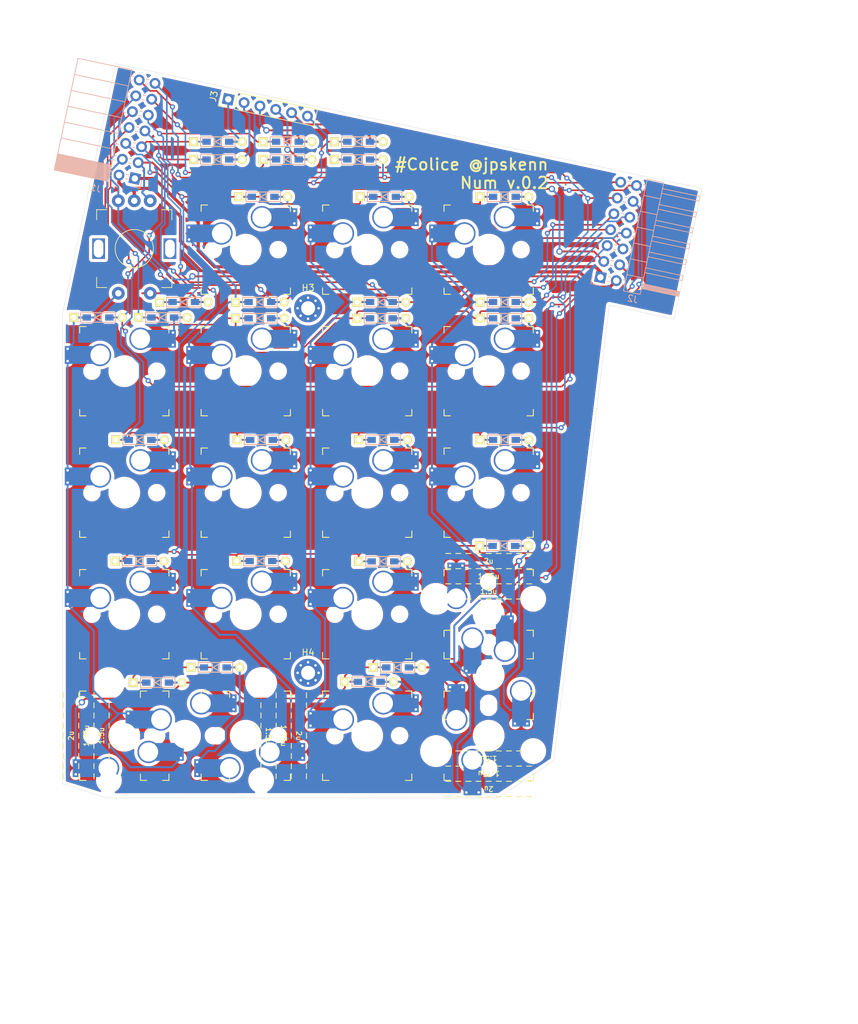
<source format=kicad_pcb>
(kicad_pcb (version 20171130) (host pcbnew "(5.1.5-0-10_14)")
  (layers (0 F.Cu signal) (31 B.Cu signal) (34 B.Paste user) (35 F.Paste user) (36 B.SilkS user) (37 F.SilkS user) (38 B.Mask user) (39 F.Mask user) (44 Edge.Cuts user))
  (net 0 "")
  (net 1 pin6)
  (net 2 pin7)
  (net 3 "Net-(D8-Pad2)")
  (net 4 "Net-(D9-Pad2)")
  (net 5 "Net-(D12-Pad2)")
  (net 6 pin8)
  (net 7 "Net-(D14-Pad2)")
  (net 8 pin9)
  (net 9 pin10)
  (net 10 "Net-(D2-Pad2)")
  (net 11 "Net-(D5-Pad2)")
  (net 12 "Net-(D7-Pad2)")
  (net 13 "Net-(D13-Pad2)")
  (net 14 "Net-(D3-Pad2)")
  (net 15 "Net-(D4-Pad2)")
  (net 16 "Net-(D10-Pad2)")
  (net 17 "Net-(D15-Pad2)")
  (net 18 "Net-(D16-Pad2)")
  (net 19 pin1)
  (net 20 pin2)
  (net 21 "Net-(D11-Pad1)")
  (net 22 pin3)
  (net 23 pin4)
  (net 24 "Net-(D18-Pad2)")
  (net 25 "Net-(D19-Pad2)")
  (net 26 "Net-(D20-Pad2)")
  (net 27 "Net-(D21-Pad2)")
  (net 28 VCC_source)
  (net 29 GND_source)
  (net 30 pin5)
  (net 31 "Net-(D22-Pad2)")
  (net 32 "Net-(D23-Pad2)")
  (net 33 encS1)
  (net 34 encS2)
  (net 35 data-encA)
  (net 36 extra-encB)
  (net 37 "Net-(D6-Pad1)")
  (net 38 "Net-(D17-Pad1)")
  (net 39 5way_common)
  (net 40 5way_1)
  (net 41 5way_2)
  (net 42 5way_3)
  (net 43 5way_4)
  (net 44 5way_5)
  (module Connector_PinSocket_2.54mm:PinSocket_2x07_P2.54mm_Horizontal (layer B.Cu) (at 73.08596 43.6118 348)
    (fp_text reference J1 (at -5.65 2.77 168) (layer B.SilkS) (effects (justify mirror)))
    (fp_text value Conn_02x07_Odd_Even)
    (pad 1 thru_hole rect (at 0 0 348) (size 1.7 1.7) (drill 1) (layers *.Cu *.Mask) (net 28 VCC_source))
    (pad 2 thru_hole oval (at -2.54 0 348) (size 1.7 1.7) (drill 1) (layers *.Cu *.Mask) (net 29 GND_source))
    (pad 3 thru_hole oval (at 0 -2.54 348) (size 1.7 1.7) (drill 1) (layers *.Cu *.Mask) (net 35 data-encA))
    (pad 4 thru_hole oval (at -2.54 -2.54 348) (size 1.7 1.7) (drill 1) (layers *.Cu *.Mask) (net 36 extra-encB))
    (pad 5 thru_hole oval (at 0 -5.08 348) (size 1.7 1.7) (drill 1) (layers *.Cu *.Mask) (net 19 pin1))
    (pad 6 thru_hole oval (at -2.54 -5.08 348) (size 1.7 1.7) (drill 1) (layers *.Cu *.Mask) (net 1 pin6))
    (pad 7 thru_hole oval (at 0 -7.62 348) (size 1.7 1.7) (drill 1) (layers *.Cu *.Mask) (net 20 pin2))
    (pad 8 thru_hole oval (at -2.54 -7.62 348) (size 1.7 1.7) (drill 1) (layers *.Cu *.Mask) (net 2 pin7))
    (pad 9 thru_hole oval (at 0 -10.16 348) (size 1.7 1.7) (drill 1) (layers *.Cu *.Mask) (net 22 pin3))
    (pad 10 thru_hole oval (at -2.54 -10.16 348) (size 1.7 1.7) (drill 1) (layers *.Cu *.Mask) (net 6 pin8))
    (pad 11 thru_hole oval (at 0 -12.7 348) (size 1.7 1.7) (drill 1) (layers *.Cu *.Mask) (net 23 pin4))
    (pad 12 thru_hole oval (at -2.54 -12.7 348) (size 1.7 1.7) (drill 1) (layers *.Cu *.Mask) (net 8 pin9))
    (pad 13 thru_hole oval (at 0 -15.24 348) (size 1.7 1.7) (drill 1) (layers *.Cu *.Mask) (net 30 pin5))
    (pad 14 thru_hole oval (at -2.54 -15.24 348) (size 1.7 1.7) (drill 1) (layers *.Cu *.Mask) (net 9 pin10))
  )
  (module SMK_SU120:D3_TH_SMD (layer F.Cu) (at 85.725 120.25363)
    (fp_text reference D22 hide)
    (fp_text value D hide)
    (pad 1 smd rect (at -1.775 0) (size 1.3 0.95) (layers F.Cu F.Paste F.Mask) (net 9 pin10))
    (pad 2 smd rect (at 1.775 0) (size 1.3 0.95) (layers B.Cu B.Paste B.Mask) (net 31 "Net-(D22-Pad2)"))
    (pad 1 smd rect (at -1.775 0) (size 1.3 0.95) (layers B.Cu B.Paste B.Mask) (net 9 pin10))
    (pad 1 thru_hole rect (at -3.81 0) (size 1.397 1.397) (drill 0.8128) (layers *.Cu *.Mask F.SilkS) (net 9 pin10))
    (pad 2 thru_hole circle (at 3.81 0) (size 1.397 1.397) (drill 0.8128) (layers *.Cu *.Mask F.SilkS) (net 31 "Net-(D22-Pad2)"))
    (pad 2 smd rect (at 1.775 0) (size 1.3 0.95) (layers F.Cu F.Paste F.Mask) (net 31 "Net-(D22-Pad2)"))
  )
  (module SMK_foostan:CherryMX_Hotswap_v2 (layer F.Cu) (at 109.5375 111.91922)
    (fp_text reference SW12)
    (fp_text value SW_Push)
    (pad 2 smd rect (at 5.842 -5.08) (size 4.5 2.8) (layers B.Cu) (net 17 "Net-(D15-Pad2)"))
    (pad 1 smd rect (at -7.085 -2.54) (size 4.5 2.8) (layers B.Cu) (net 21 "Net-(D11-Pad1)"))
    (pad 2 thru_hole circle (at 7.62 -4.118) (size 0.8 0.8) (drill 0.4) (layers *.Cu) (net 17 "Net-(D15-Pad2)"))
    (pad 1 thru_hole circle (at -8.89 -1.578) (size 0.8 0.8) (drill 0.4) (layers *.Cu) (net 21 "Net-(D11-Pad1)"))
    (pad 2 thru_hole circle (at 7.62 -6.042) (size 0.8 0.8) (drill 0.4) (layers *.Cu) (net 17 "Net-(D15-Pad2)"))
    (pad 1 thru_hole circle (at -8.89 -3.502) (size 0.8 0.8) (drill 0.4) (layers *.Cu) (net 21 "Net-(D11-Pad1)"))
    (pad 2 smd rect (at 5.815 -5.08) (size 2.55 2.8) (layers B.Cu B.Paste B.Mask) (net 17 "Net-(D15-Pad2)"))
    (pad 1 smd rect (at -7.085 -2.54) (size 2.55 2.8) (layers B.Cu B.Paste B.Mask) (net 21 "Net-(D11-Pad1)"))
    (pad "" np_thru_hole circle (at 5.08 0 48.0996) (size 1.75 1.75) (drill 1.75) (layers *.Cu *.Mask))
    (pad "" np_thru_hole circle (at -5.08 0 48.0996) (size 1.75 1.75) (drill 1.75) (layers *.Cu *.Mask))
    (pad 1 thru_hole circle (at -3.81 -2.54) (size 3.5 3.5) (drill 3) (layers *.Cu) (net 21 "Net-(D11-Pad1)"))
    (pad "" np_thru_hole circle (at 0 0) (size 3.9878 3.9878) (drill 3.9878) (layers *.Cu *.Mask))
    (pad 2 thru_hole circle (at 2.54 -5.08) (size 3.5 3.5) (drill 3) (layers *.Cu) (net 17 "Net-(D15-Pad2)"))
  )
  (module SMK_SU120:D3_TH_SMD (layer F.Cu) (at 130.96875 101.20355)
    (fp_text reference D21 hide)
    (fp_text value D hide)
    (pad 2 smd rect (at 1.775 0) (size 1.3 0.95) (layers F.Cu F.Paste F.Mask) (net 27 "Net-(D21-Pad2)"))
    (pad 2 thru_hole circle (at 3.81 0) (size 1.397 1.397) (drill 0.8128) (layers *.Cu *.Mask F.SilkS) (net 27 "Net-(D21-Pad2)"))
    (pad 1 thru_hole rect (at -3.81 0) (size 1.397 1.397) (drill 0.8128) (layers *.Cu *.Mask F.SilkS) (net 8 pin9))
    (pad 1 smd rect (at -1.775 0) (size 1.3 0.95) (layers B.Cu B.Paste B.Mask) (net 8 pin9))
    (pad 2 smd rect (at 1.775 0) (size 1.3 0.95) (layers B.Cu B.Paste B.Mask) (net 27 "Net-(D21-Pad2)"))
    (pad 1 smd rect (at -1.775 0) (size 1.3 0.95) (layers F.Cu F.Paste F.Mask) (net 8 pin9))
  )
  (module SMK_foostan:CherryMX_Hotswap_v2 (layer F.Cu) (at 109.5375 54.76898)
    (fp_text reference SW9)
    (fp_text value SW_Push)
    (pad 2 thru_hole circle (at 2.54 -5.08) (size 3.5 3.5) (drill 3) (layers *.Cu) (net 5 "Net-(D12-Pad2)"))
    (pad "" np_thru_hole circle (at 0 0) (size 3.9878 3.9878) (drill 3.9878) (layers *.Cu *.Mask))
    (pad 1 thru_hole circle (at -3.81 -2.54) (size 3.5 3.5) (drill 3) (layers *.Cu) (net 21 "Net-(D11-Pad1)"))
    (pad "" np_thru_hole circle (at -5.08 0 48.0996) (size 1.75 1.75) (drill 1.75) (layers *.Cu *.Mask))
    (pad "" np_thru_hole circle (at 5.08 0 48.0996) (size 1.75 1.75) (drill 1.75) (layers *.Cu *.Mask))
    (pad 1 smd rect (at -7.085 -2.54) (size 2.55 2.8) (layers B.Cu B.Paste B.Mask) (net 21 "Net-(D11-Pad1)"))
    (pad 2 smd rect (at 5.815 -5.08) (size 2.55 2.8) (layers B.Cu B.Paste B.Mask) (net 5 "Net-(D12-Pad2)"))
    (pad 1 thru_hole circle (at -8.89 -3.502) (size 0.8 0.8) (drill 0.4) (layers *.Cu) (net 21 "Net-(D11-Pad1)"))
    (pad 2 thru_hole circle (at 7.62 -6.042) (size 0.8 0.8) (drill 0.4) (layers *.Cu) (net 5 "Net-(D12-Pad2)"))
    (pad 1 thru_hole circle (at -8.89 -1.578) (size 0.8 0.8) (drill 0.4) (layers *.Cu) (net 21 "Net-(D11-Pad1)"))
    (pad 2 thru_hole circle (at 7.62 -4.118) (size 0.8 0.8) (drill 0.4) (layers *.Cu) (net 5 "Net-(D12-Pad2)"))
    (pad 1 smd rect (at -7.085 -2.54) (size 4.5 2.8) (layers B.Cu) (net 21 "Net-(D11-Pad1)"))
    (pad 2 smd rect (at 5.842 -5.08) (size 4.5 2.8) (layers B.Cu) (net 5 "Net-(D12-Pad2)"))
  )
  (module SMK_foostan:CherryMX_Hotswap_v2 (layer F.Cu) (at 109.5375 73.81906)
    (fp_text reference SW10)
    (fp_text value SW_Push)
    (pad 2 thru_hole circle (at 2.54 -5.08) (size 3.5 3.5) (drill 3) (layers *.Cu) (net 13 "Net-(D13-Pad2)"))
    (pad "" np_thru_hole circle (at 0 0) (size 3.9878 3.9878) (drill 3.9878) (layers *.Cu *.Mask))
    (pad 1 thru_hole circle (at -3.81 -2.54) (size 3.5 3.5) (drill 3) (layers *.Cu) (net 21 "Net-(D11-Pad1)"))
    (pad "" np_thru_hole circle (at -5.08 0 48.0996) (size 1.75 1.75) (drill 1.75) (layers *.Cu *.Mask))
    (pad "" np_thru_hole circle (at 5.08 0 48.0996) (size 1.75 1.75) (drill 1.75) (layers *.Cu *.Mask))
    (pad 1 smd rect (at -7.085 -2.54) (size 2.55 2.8) (layers B.Cu B.Paste B.Mask) (net 21 "Net-(D11-Pad1)"))
    (pad 2 smd rect (at 5.815 -5.08) (size 2.55 2.8) (layers B.Cu B.Paste B.Mask) (net 13 "Net-(D13-Pad2)"))
    (pad 1 thru_hole circle (at -8.89 -3.502) (size 0.8 0.8) (drill 0.4) (layers *.Cu) (net 21 "Net-(D11-Pad1)"))
    (pad 2 thru_hole circle (at 7.62 -6.042) (size 0.8 0.8) (drill 0.4) (layers *.Cu) (net 13 "Net-(D13-Pad2)"))
    (pad 1 thru_hole circle (at -8.89 -1.578) (size 0.8 0.8) (drill 0.4) (layers *.Cu) (net 21 "Net-(D11-Pad1)"))
    (pad 2 thru_hole circle (at 7.62 -4.118) (size 0.8 0.8) (drill 0.4) (layers *.Cu) (net 13 "Net-(D13-Pad2)"))
    (pad 1 smd rect (at -7.085 -2.54) (size 4.5 2.8) (layers B.Cu) (net 21 "Net-(D11-Pad1)"))
    (pad 2 smd rect (at 5.842 -5.08) (size 4.5 2.8) (layers B.Cu) (net 13 "Net-(D13-Pad2)"))
  )
  (module SMK_foostan:CherryMX_Hotswap_v2 (layer F.Cu) (at 109.5375 92.86914)
    (fp_text reference SW11)
    (fp_text value SW_Push)
    (pad 2 thru_hole circle (at 2.54 -5.08) (size 3.5 3.5) (drill 3) (layers *.Cu) (net 7 "Net-(D14-Pad2)"))
    (pad "" np_thru_hole circle (at 0 0) (size 3.9878 3.9878) (drill 3.9878) (layers *.Cu *.Mask))
    (pad 1 thru_hole circle (at -3.81 -2.54) (size 3.5 3.5) (drill 3) (layers *.Cu) (net 21 "Net-(D11-Pad1)"))
    (pad "" np_thru_hole circle (at -5.08 0 48.0996) (size 1.75 1.75) (drill 1.75) (layers *.Cu *.Mask))
    (pad "" np_thru_hole circle (at 5.08 0 48.0996) (size 1.75 1.75) (drill 1.75) (layers *.Cu *.Mask))
    (pad 1 smd rect (at -7.085 -2.54) (size 2.55 2.8) (layers B.Cu B.Paste B.Mask) (net 21 "Net-(D11-Pad1)"))
    (pad 2 smd rect (at 5.815 -5.08) (size 2.55 2.8) (layers B.Cu B.Paste B.Mask) (net 7 "Net-(D14-Pad2)"))
    (pad 1 thru_hole circle (at -8.89 -3.502) (size 0.8 0.8) (drill 0.4) (layers *.Cu) (net 21 "Net-(D11-Pad1)"))
    (pad 2 thru_hole circle (at 7.62 -6.042) (size 0.8 0.8) (drill 0.4) (layers *.Cu) (net 7 "Net-(D14-Pad2)"))
    (pad 1 thru_hole circle (at -8.89 -1.578) (size 0.8 0.8) (drill 0.4) (layers *.Cu) (net 21 "Net-(D11-Pad1)"))
    (pad 2 thru_hole circle (at 7.62 -4.118) (size 0.8 0.8) (drill 0.4) (layers *.Cu) (net 7 "Net-(D14-Pad2)"))
    (pad 1 smd rect (at -7.085 -2.54) (size 4.5 2.8) (layers B.Cu) (net 21 "Net-(D11-Pad1)"))
    (pad 2 smd rect (at 5.842 -5.08) (size 4.5 2.8) (layers B.Cu) (net 7 "Net-(D14-Pad2)"))
  )
  (module SMK_foostan:CherryMX_Hotswap_v2 (layer F.Cu) (at 128.5875 121.44426 270)
    (fp_text reference SW17)
    (fp_text value SW_Push)
    (pad 2 thru_hole circle (at 2.54 -5.08 270) (size 3.5 3.5) (drill 3) (layers *.Cu) (net 27 "Net-(D21-Pad2)"))
    (pad "" np_thru_hole circle (at 0 0 270) (size 3.9878 3.9878) (drill 3.9878) (layers *.Cu *.Mask))
    (pad 1 thru_hole circle (at -3.81 -2.54 270) (size 3.5 3.5) (drill 3) (layers *.Cu) (net 38 "Net-(D17-Pad1)"))
    (pad "" np_thru_hole circle (at -5.08 0 318.0996) (size 1.75 1.75) (drill 1.75) (layers *.Cu *.Mask))
    (pad "" np_thru_hole circle (at 5.08 0 318.0996) (size 1.75 1.75) (drill 1.75) (layers *.Cu *.Mask))
    (pad 1 smd rect (at -7.085 -2.54 270) (size 2.55 2.8) (layers B.Cu B.Paste B.Mask) (net 38 "Net-(D17-Pad1)"))
    (pad 2 smd rect (at 5.815 -5.08 270) (size 2.55 2.8) (layers B.Cu B.Paste B.Mask) (net 27 "Net-(D21-Pad2)"))
    (pad 1 thru_hole circle (at -8.89 -3.502 270) (size 0.8 0.8) (drill 0.4) (layers *.Cu) (net 38 "Net-(D17-Pad1)"))
    (pad 2 thru_hole circle (at 7.62 -6.042 270) (size 0.8 0.8) (drill 0.4) (layers *.Cu) (net 27 "Net-(D21-Pad2)"))
    (pad 1 thru_hole circle (at -8.89 -1.578 270) (size 0.8 0.8) (drill 0.4) (layers *.Cu) (net 38 "Net-(D17-Pad1)"))
    (pad 2 thru_hole circle (at 7.62 -4.118 270) (size 0.8 0.8) (drill 0.4) (layers *.Cu) (net 27 "Net-(D21-Pad2)"))
    (pad 1 smd rect (at -7.085 -2.54 270) (size 4.5 2.8) (layers B.Cu) (net 38 "Net-(D17-Pad1)"))
    (pad 2 smd rect (at 5.842 -5.08 270) (size 4.5 2.8) (layers B.Cu) (net 27 "Net-(D21-Pad2)"))
  )
  (module SMK_SU120:D3_TH_SMD (layer F.Cu) (at 92.86875 103.58481)
    (fp_text reference D10 hide)
    (fp_text value D hide)
    (pad 2 smd rect (at 1.775 0) (size 1.3 0.95) (layers F.Cu F.Paste F.Mask) (net 16 "Net-(D10-Pad2)"))
    (pad 2 thru_hole circle (at 3.81 0) (size 1.397 1.397) (drill 0.8128) (layers *.Cu *.Mask F.SilkS) (net 16 "Net-(D10-Pad2)"))
    (pad 1 thru_hole rect (at -3.81 0) (size 1.397 1.397) (drill 0.8128) (layers *.Cu *.Mask F.SilkS) (net 8 pin9))
    (pad 1 smd rect (at -1.775 0) (size 1.3 0.95) (layers B.Cu B.Paste B.Mask) (net 8 pin9))
    (pad 2 smd rect (at 1.775 0) (size 1.3 0.95) (layers B.Cu B.Paste B.Mask) (net 16 "Net-(D10-Pad2)"))
    (pad 1 smd rect (at -1.775 0) (size 1.3 0.95) (layers F.Cu F.Paste F.Mask) (net 8 pin9))
  )
  (module SMK_SU120:D3_TH_SMD (layer F.Cu) (at 112.268 46.482)
    (fp_text reference D12 hide)
    (fp_text value D hide)
    (pad 2 smd rect (at 1.775 0) (size 1.3 0.95) (layers F.Cu F.Paste F.Mask) (net 5 "Net-(D12-Pad2)"))
    (pad 2 thru_hole circle (at 3.81 0) (size 1.397 1.397) (drill 0.8128) (layers *.Cu *.Mask F.SilkS) (net 5 "Net-(D12-Pad2)"))
    (pad 1 thru_hole rect (at -3.81 0) (size 1.397 1.397) (drill 0.8128) (layers *.Cu *.Mask F.SilkS) (net 1 pin6))
    (pad 1 smd rect (at -1.775 0) (size 1.3 0.95) (layers B.Cu B.Paste B.Mask) (net 1 pin6))
    (pad 2 smd rect (at 1.775 0) (size 1.3 0.95) (layers B.Cu B.Paste B.Mask) (net 5 "Net-(D12-Pad2)"))
    (pad 1 smd rect (at -1.775 0) (size 1.3 0.95) (layers F.Cu F.Paste F.Mask) (net 1 pin6))
  )
  (module SMK_SU120:D3_TH_SMD (layer F.Cu) (at 111.76 65.532)
    (fp_text reference D13 hide)
    (fp_text value D hide)
    (pad 2 smd rect (at 1.775 0) (size 1.3 0.95) (layers F.Cu F.Paste F.Mask) (net 13 "Net-(D13-Pad2)"))
    (pad 2 thru_hole circle (at 3.81 0) (size 1.397 1.397) (drill 0.8128) (layers *.Cu *.Mask F.SilkS) (net 13 "Net-(D13-Pad2)"))
    (pad 1 thru_hole rect (at -3.81 0) (size 1.397 1.397) (drill 0.8128) (layers *.Cu *.Mask F.SilkS) (net 2 pin7))
    (pad 1 smd rect (at -1.775 0) (size 1.3 0.95) (layers B.Cu B.Paste B.Mask) (net 2 pin7))
    (pad 2 smd rect (at 1.775 0) (size 1.3 0.95) (layers B.Cu B.Paste B.Mask) (net 13 "Net-(D13-Pad2)"))
    (pad 1 smd rect (at -1.775 0) (size 1.3 0.95) (layers F.Cu F.Paste F.Mask) (net 2 pin7))
  )
  (module SMK_foostan:CherryMX_Hotswap_v2 (layer F.Cu) (at 109.5375 130.9693)
    (fp_text reference SW13)
    (fp_text value SW_Push)
    (pad 2 smd rect (at 5.842 -5.08) (size 4.5 2.8) (layers B.Cu) (net 18 "Net-(D16-Pad2)"))
    (pad 1 smd rect (at -7.085 -2.54) (size 4.5 2.8) (layers B.Cu) (net 21 "Net-(D11-Pad1)"))
    (pad 2 thru_hole circle (at 7.62 -4.118) (size 0.8 0.8) (drill 0.4) (layers *.Cu) (net 18 "Net-(D16-Pad2)"))
    (pad 1 thru_hole circle (at -8.89 -1.578) (size 0.8 0.8) (drill 0.4) (layers *.Cu) (net 21 "Net-(D11-Pad1)"))
    (pad 2 thru_hole circle (at 7.62 -6.042) (size 0.8 0.8) (drill 0.4) (layers *.Cu) (net 18 "Net-(D16-Pad2)"))
    (pad 1 thru_hole circle (at -8.89 -3.502) (size 0.8 0.8) (drill 0.4) (layers *.Cu) (net 21 "Net-(D11-Pad1)"))
    (pad 2 smd rect (at 5.815 -5.08) (size 2.55 2.8) (layers B.Cu B.Paste B.Mask) (net 18 "Net-(D16-Pad2)"))
    (pad 1 smd rect (at -7.085 -2.54) (size 2.55 2.8) (layers B.Cu B.Paste B.Mask) (net 21 "Net-(D11-Pad1)"))
    (pad "" np_thru_hole circle (at 5.08 0 48.0996) (size 1.75 1.75) (drill 1.75) (layers *.Cu *.Mask))
    (pad "" np_thru_hole circle (at -5.08 0 48.0996) (size 1.75 1.75) (drill 1.75) (layers *.Cu *.Mask))
    (pad 1 thru_hole circle (at -3.81 -2.54) (size 3.5 3.5) (drill 3) (layers *.Cu) (net 21 "Net-(D11-Pad1)"))
    (pad "" np_thru_hole circle (at 0 0) (size 3.9878 3.9878) (drill 3.9878) (layers *.Cu *.Mask))
    (pad 2 thru_hole circle (at 2.54 -5.08) (size 3.5 3.5) (drill 3) (layers *.Cu) (net 18 "Net-(D16-Pad2)"))
  )
  (module SMK_SU120:D3_TH_SMD (layer F.Cu) (at 109.855 122.5042)
    (fp_text reference D16 hide)
    (fp_text value D hide)
    (pad 2 smd rect (at 1.775 0) (size 1.3 0.95) (layers F.Cu F.Paste F.Mask) (net 18 "Net-(D16-Pad2)"))
    (pad 2 thru_hole circle (at 3.81 0) (size 1.397 1.397) (drill 0.8128) (layers *.Cu *.Mask F.SilkS) (net 18 "Net-(D16-Pad2)"))
    (pad 1 thru_hole rect (at -3.81 0) (size 1.397 1.397) (drill 0.8128) (layers *.Cu *.Mask F.SilkS) (net 9 pin10))
    (pad 1 smd rect (at -1.775 0) (size 1.3 0.95) (layers B.Cu B.Paste B.Mask) (net 9 pin10))
    (pad 2 smd rect (at 1.775 0) (size 1.3 0.95) (layers B.Cu B.Paste B.Mask) (net 18 "Net-(D16-Pad2)"))
    (pad 1 smd rect (at -1.775 0) (size 1.3 0.95) (layers F.Cu F.Paste F.Mask) (net 9 pin10))
  )
  (module SMK_SU120:CherryMX_MidHeight_Choc_Hotswap_2U_Outline (layer F.Cu) (at 128.5875 121.44426 270)
    (fp_text reference H2 hide)
    (fp_text value MountingHole hide)
    (fp_text user 2u (at -17.859375 0 unlocked) (layer F.SilkS) (effects (font (size 0.8 0.8))))
    (fp_text user 1.75u (at -15.478125 0 unlocked) (layer F.SilkS) (effects (font (size 0.8 0.8))))
    (fp_text user 1.5u (at -13.096875 0 unlocked) (layer F.SilkS) (effects (font (size 0.8 0.8))))
    (fp_text user 1.25u (at -10.715625 0 unlocked) (layer F.SilkS) (effects (font (size 0.8 0.8))))
    (fp_text user 2u (at 17.859375 0 180 unlocked) (layer F.SilkS) (effects (font (size 0.8 0.8))))
    (fp_text user 1.5u (at 13.096875 0 180 unlocked) (layer F.SilkS) (effects (font (size 0.8 0.8))))
    (fp_text user 1.75u (at 15.478125 0 180 unlocked) (layer F.SilkS) (effects (font (size 0.8 0.8))))
    (fp_text user 1.25u (at 10.715625 0 180 unlocked) (layer F.SilkS) (effects (font (size 0.8 0.8))))
    (pad "" np_thru_hole circle (at 11.938 8.255 270) (size 3.9878 3.9878) (drill 3.9878) (layers *.Cu *.Mask))
    (pad "" np_thru_hole circle (at -11.938 8.255 270) (size 3.9878 3.9878) (drill 3.9878) (layers *.Cu *.Mask))
    (pad "" np_thru_hole circle (at 11.938 -6.985 270) (size 3.048 3.048) (drill 3.048) (layers *.Cu *.Mask))
    (pad "" np_thru_hole circle (at -11.938 -6.985 270) (size 3.048 3.048) (drill 3.048) (layers *.Cu *.Mask))
  )
  (module SMK_SU120:MountingHole_2.2mm_M2_Pad_Via (layer F.Cu) (at 100.2655 63.9572)
    (fp_text reference H3 (at 0 -3.2) (layer F.SilkS))
    (fp_text value MountingHole)
    (pad 1 thru_hole circle (at 1.166726 -1.166726) (size 0.7 0.7) (drill 0.4) (layers *.Cu *.Mask))
    (pad 1 thru_hole circle (at 0 -1.65) (size 0.7 0.7) (drill 0.4) (layers *.Cu *.Mask))
    (pad 1 thru_hole circle (at -1.166726 -1.166726) (size 0.7 0.7) (drill 0.4) (layers *.Cu *.Mask))
    (pad 1 thru_hole circle (at -1.65 0) (size 0.7 0.7) (drill 0.4) (layers *.Cu *.Mask))
    (pad 1 thru_hole circle (at -1.166726 1.166726) (size 0.7 0.7) (drill 0.4) (layers *.Cu *.Mask))
    (pad 1 thru_hole circle (at 0 1.65) (size 0.7 0.7) (drill 0.4) (layers *.Cu *.Mask))
    (pad 1 thru_hole circle (at 1.166726 1.166726) (size 0.7 0.7) (drill 0.4) (layers *.Cu *.Mask))
    (pad 1 thru_hole circle (at 1.65 0) (size 0.7 0.7) (drill 0.4) (layers *.Cu *.Mask))
    (pad 1 thru_hole circle (at 0 0) (size 4.4 4.4) (drill 2.2) (layers *.Cu *.Mask))
  )
  (module MountingHole:MountingHole_2.2mm_M2_Pad_Via (layer F.Cu) (at 100.2665 121.1072)
    (fp_text reference H4 (at 0 -3.2) (layer F.SilkS))
    (fp_text value MountingHole)
    (pad 1 thru_hole circle (at 0 0) (size 4.4 4.4) (drill 2.2) (layers *.Cu *.Mask))
    (pad 1 thru_hole circle (at 1.65 0) (size 0.7 0.7) (drill 0.4) (layers *.Cu *.Mask))
    (pad 1 thru_hole circle (at 1.166726 1.166726) (size 0.7 0.7) (drill 0.4) (layers *.Cu *.Mask))
    (pad 1 thru_hole circle (at 0 1.65) (size 0.7 0.7) (drill 0.4) (layers *.Cu *.Mask))
    (pad 1 thru_hole circle (at -1.166726 1.166726) (size 0.7 0.7) (drill 0.4) (layers *.Cu *.Mask))
    (pad 1 thru_hole circle (at -1.65 0) (size 0.7 0.7) (drill 0.4) (layers *.Cu *.Mask))
    (pad 1 thru_hole circle (at -1.166726 -1.166726) (size 0.7 0.7) (drill 0.4) (layers *.Cu *.Mask))
    (pad 1 thru_hole circle (at 0 -1.65) (size 0.7 0.7) (drill 0.4) (layers *.Cu *.Mask))
    (pad 1 thru_hole circle (at 1.166726 -1.166726) (size 0.7 0.7) (drill 0.4) (layers *.Cu *.Mask))
  )
  (module SMK_SU120:D3_TH_SMD (layer F.Cu) (at 67.31 65.405)
    (fp_text reference D1 hide)
    (fp_text value D hide)
    (pad 1 smd rect (at -1.775 0) (size 1.3 0.95) (layers F.Cu F.Paste F.Mask) (net 33 encS1))
    (pad 2 smd rect (at 1.775 0) (size 1.3 0.95) (layers B.Cu B.Paste B.Mask) (net 19 pin1))
    (pad 1 smd rect (at -1.775 0) (size 1.3 0.95) (layers B.Cu B.Paste B.Mask) (net 33 encS1))
    (pad 1 thru_hole rect (at -3.81 0) (size 1.397 1.397) (drill 0.8128) (layers *.Cu *.Mask F.SilkS) (net 33 encS1))
    (pad 2 thru_hole circle (at 3.81 0) (size 1.397 1.397) (drill 0.8128) (layers *.Cu *.Mask F.SilkS) (net 19 pin1))
    (pad 2 smd rect (at 1.775 0) (size 1.3 0.95) (layers F.Cu F.Paste F.Mask) (net 19 pin1))
  )
  (module SMK_SU120:D3_TH_SMD (layer F.Cu) (at 77.47 65.405)
    (fp_text reference D2 hide)
    (fp_text value D hide)
    (pad 2 smd rect (at 1.775 0) (size 1.3 0.95) (layers F.Cu F.Paste F.Mask) (net 10 "Net-(D2-Pad2)"))
    (pad 2 thru_hole circle (at 3.81 0) (size 1.397 1.397) (drill 0.8128) (layers *.Cu *.Mask F.SilkS) (net 10 "Net-(D2-Pad2)"))
    (pad 1 thru_hole rect (at -3.81 0) (size 1.397 1.397) (drill 0.8128) (layers *.Cu *.Mask F.SilkS) (net 2 pin7))
    (pad 1 smd rect (at -1.775 0) (size 1.3 0.95) (layers B.Cu B.Paste B.Mask) (net 2 pin7))
    (pad 2 smd rect (at 1.775 0) (size 1.3 0.95) (layers B.Cu B.Paste B.Mask) (net 10 "Net-(D2-Pad2)"))
    (pad 1 smd rect (at -1.775 0) (size 1.3 0.95) (layers F.Cu F.Paste F.Mask) (net 2 pin7))
  )
  (module SMK_SU120:D3_TH_SMD (layer F.Cu) (at 73.914 84.582)
    (fp_text reference D3 hide)
    (fp_text value D hide)
    (pad 1 smd rect (at -1.775 0) (size 1.3 0.95) (layers F.Cu F.Paste F.Mask) (net 6 pin8))
    (pad 2 smd rect (at 1.775 0) (size 1.3 0.95) (layers B.Cu B.Paste B.Mask) (net 14 "Net-(D3-Pad2)"))
    (pad 1 smd rect (at -1.775 0) (size 1.3 0.95) (layers B.Cu B.Paste B.Mask) (net 6 pin8))
    (pad 1 thru_hole rect (at -3.81 0) (size 1.397 1.397) (drill 0.8128) (layers *.Cu *.Mask F.SilkS) (net 6 pin8))
    (pad 2 thru_hole circle (at 3.81 0) (size 1.397 1.397) (drill 0.8128) (layers *.Cu *.Mask F.SilkS) (net 14 "Net-(D3-Pad2)"))
    (pad 2 smd rect (at 1.775 0) (size 1.3 0.95) (layers F.Cu F.Paste F.Mask) (net 14 "Net-(D3-Pad2)"))
  )
  (module SMK_SU120:D3_TH_SMD (layer F.Cu) (at 73.81875 103.58481)
    (fp_text reference D4 hide)
    (fp_text value D hide)
    (pad 1 smd rect (at -1.775 0) (size 1.3 0.95) (layers F.Cu F.Paste F.Mask) (net 8 pin9))
    (pad 2 smd rect (at 1.775 0) (size 1.3 0.95) (layers B.Cu B.Paste B.Mask) (net 15 "Net-(D4-Pad2)"))
    (pad 1 smd rect (at -1.775 0) (size 1.3 0.95) (layers B.Cu B.Paste B.Mask) (net 8 pin9))
    (pad 1 thru_hole rect (at -3.81 0) (size 1.397 1.397) (drill 0.8128) (layers *.Cu *.Mask F.SilkS) (net 8 pin9))
    (pad 2 thru_hole circle (at 3.81 0) (size 1.397 1.397) (drill 0.8128) (layers *.Cu *.Mask F.SilkS) (net 15 "Net-(D4-Pad2)"))
    (pad 2 smd rect (at 1.775 0) (size 1.3 0.95) (layers F.Cu F.Paste F.Mask) (net 15 "Net-(D4-Pad2)"))
  )
  (module SMK_SU120:D3_TH_SMD (layer F.Cu) (at 76.666601 122.640115)
    (fp_text reference D5 hide)
    (fp_text value D hide)
    (pad 2 smd rect (at 1.775 0) (size 1.3 0.95) (layers F.Cu F.Paste F.Mask) (net 11 "Net-(D5-Pad2)"))
    (pad 2 thru_hole circle (at 3.81 0) (size 1.397 1.397) (drill 0.8128) (layers *.Cu *.Mask F.SilkS) (net 11 "Net-(D5-Pad2)"))
    (pad 1 thru_hole rect (at -3.81 0) (size 1.397 1.397) (drill 0.8128) (layers *.Cu *.Mask F.SilkS) (net 9 pin10))
    (pad 1 smd rect (at -1.775 0) (size 1.3 0.95) (layers B.Cu B.Paste B.Mask) (net 9 pin10))
    (pad 2 smd rect (at 1.775 0) (size 1.3 0.95) (layers B.Cu B.Paste B.Mask) (net 11 "Net-(D5-Pad2)"))
    (pad 1 smd rect (at -1.775 0) (size 1.3 0.95) (layers F.Cu F.Paste F.Mask) (net 9 pin10))
  )
  (module SMK_SU120:D3_TH_SMD (layer F.Cu) (at 92.71 62.992)
    (fp_text reference D6 hide)
    (fp_text value D hide)
    (pad 1 smd rect (at -1.775 0) (size 1.3 0.95) (layers F.Cu F.Paste F.Mask) (net 37 "Net-(D6-Pad1)"))
    (pad 2 smd rect (at 1.775 0) (size 1.3 0.95) (layers B.Cu B.Paste B.Mask) (net 20 pin2))
    (pad 1 smd rect (at -1.775 0) (size 1.3 0.95) (layers B.Cu B.Paste B.Mask) (net 37 "Net-(D6-Pad1)"))
    (pad 1 thru_hole rect (at -3.81 0) (size 1.397 1.397) (drill 0.8128) (layers *.Cu *.Mask F.SilkS) (net 37 "Net-(D6-Pad1)"))
    (pad 2 thru_hole circle (at 3.81 0) (size 1.397 1.397) (drill 0.8128) (layers *.Cu *.Mask F.SilkS) (net 20 pin2))
    (pad 2 smd rect (at 1.775 0) (size 1.3 0.95) (layers F.Cu F.Paste F.Mask) (net 20 pin2))
  )
  (module SMK_SU120:D3_TH_SMD (layer F.Cu) (at 93.218 46.482)
    (fp_text reference D7 hide)
    (fp_text value D hide)
    (pad 2 smd rect (at 1.775 0) (size 1.3 0.95) (layers F.Cu F.Paste F.Mask) (net 12 "Net-(D7-Pad2)"))
    (pad 2 thru_hole circle (at 3.81 0) (size 1.397 1.397) (drill 0.8128) (layers *.Cu *.Mask F.SilkS) (net 12 "Net-(D7-Pad2)"))
    (pad 1 thru_hole rect (at -3.81 0) (size 1.397 1.397) (drill 0.8128) (layers *.Cu *.Mask F.SilkS) (net 1 pin6))
    (pad 1 smd rect (at -1.775 0) (size 1.3 0.95) (layers B.Cu B.Paste B.Mask) (net 1 pin6))
    (pad 2 smd rect (at 1.775 0) (size 1.3 0.95) (layers B.Cu B.Paste B.Mask) (net 12 "Net-(D7-Pad2)"))
    (pad 1 smd rect (at -1.775 0) (size 1.3 0.95) (layers F.Cu F.Paste F.Mask) (net 1 pin6))
  )
  (module SMK_SU120:D3_TH_SMD (layer F.Cu) (at 92.71 65.532)
    (fp_text reference D8 hide)
    (fp_text value D hide)
    (pad 1 smd rect (at -1.775 0) (size 1.3 0.95) (layers F.Cu F.Paste F.Mask) (net 2 pin7))
    (pad 2 smd rect (at 1.775 0) (size 1.3 0.95) (layers B.Cu B.Paste B.Mask) (net 3 "Net-(D8-Pad2)"))
    (pad 1 smd rect (at -1.775 0) (size 1.3 0.95) (layers B.Cu B.Paste B.Mask) (net 2 pin7))
    (pad 1 thru_hole rect (at -3.81 0) (size 1.397 1.397) (drill 0.8128) (layers *.Cu *.Mask F.SilkS) (net 2 pin7))
    (pad 2 thru_hole circle (at 3.81 0) (size 1.397 1.397) (drill 0.8128) (layers *.Cu *.Mask F.SilkS) (net 3 "Net-(D8-Pad2)"))
    (pad 2 smd rect (at 1.775 0) (size 1.3 0.95) (layers F.Cu F.Paste F.Mask) (net 3 "Net-(D8-Pad2)"))
  )
  (module SMK_SU120:D3_TH_SMD (layer F.Cu) (at 92.964 84.582)
    (fp_text reference D9 hide)
    (fp_text value D hide)
    (pad 1 smd rect (at -1.775 0) (size 1.3 0.95) (layers F.Cu F.Paste F.Mask) (net 6 pin8))
    (pad 2 smd rect (at 1.775 0) (size 1.3 0.95) (layers B.Cu B.Paste B.Mask) (net 4 "Net-(D9-Pad2)"))
    (pad 1 smd rect (at -1.775 0) (size 1.3 0.95) (layers B.Cu B.Paste B.Mask) (net 6 pin8))
    (pad 1 thru_hole rect (at -3.81 0) (size 1.397 1.397) (drill 0.8128) (layers *.Cu *.Mask F.SilkS) (net 6 pin8))
    (pad 2 thru_hole circle (at 3.81 0) (size 1.397 1.397) (drill 0.8128) (layers *.Cu *.Mask F.SilkS) (net 4 "Net-(D9-Pad2)"))
    (pad 2 smd rect (at 1.775 0) (size 1.3 0.95) (layers F.Cu F.Paste F.Mask) (net 4 "Net-(D9-Pad2)"))
  )
  (module SMK_SU120:D3_TH_SMD (layer F.Cu) (at 111.76 62.992)
    (fp_text reference D11 hide)
    (fp_text value D hide)
    (pad 1 smd rect (at -1.775 0) (size 1.3 0.95) (layers F.Cu F.Paste F.Mask) (net 21 "Net-(D11-Pad1)"))
    (pad 2 smd rect (at 1.775 0) (size 1.3 0.95) (layers B.Cu B.Paste B.Mask) (net 22 pin3))
    (pad 1 smd rect (at -1.775 0) (size 1.3 0.95) (layers B.Cu B.Paste B.Mask) (net 21 "Net-(D11-Pad1)"))
    (pad 1 thru_hole rect (at -3.81 0) (size 1.397 1.397) (drill 0.8128) (layers *.Cu *.Mask F.SilkS) (net 21 "Net-(D11-Pad1)"))
    (pad 2 thru_hole circle (at 3.81 0) (size 1.397 1.397) (drill 0.8128) (layers *.Cu *.Mask F.SilkS) (net 22 pin3))
    (pad 2 smd rect (at 1.775 0) (size 1.3 0.95) (layers F.Cu F.Paste F.Mask) (net 22 pin3))
  )
  (module SMK_SU120:D3_TH_SMD (layer F.Cu) (at 112.014 84.582)
    (fp_text reference D14 hide)
    (fp_text value D hide)
    (pad 2 smd rect (at 1.775 0) (size 1.3 0.95) (layers F.Cu F.Paste F.Mask) (net 7 "Net-(D14-Pad2)"))
    (pad 2 thru_hole circle (at 3.81 0) (size 1.397 1.397) (drill 0.8128) (layers *.Cu *.Mask F.SilkS) (net 7 "Net-(D14-Pad2)"))
    (pad 1 thru_hole rect (at -3.81 0) (size 1.397 1.397) (drill 0.8128) (layers *.Cu *.Mask F.SilkS) (net 6 pin8))
    (pad 1 smd rect (at -1.775 0) (size 1.3 0.95) (layers B.Cu B.Paste B.Mask) (net 6 pin8))
    (pad 2 smd rect (at 1.775 0) (size 1.3 0.95) (layers B.Cu B.Paste B.Mask) (net 7 "Net-(D14-Pad2)"))
    (pad 1 smd rect (at -1.775 0) (size 1.3 0.95) (layers F.Cu F.Paste F.Mask) (net 6 pin8))
  )
  (module SMK_SU120:D3_TH_SMD (layer F.Cu) (at 112.014 103.632)
    (fp_text reference D15 hide)
    (fp_text value D hide)
    (pad 2 smd rect (at 1.775 0) (size 1.3 0.95) (layers F.Cu F.Paste F.Mask) (net 17 "Net-(D15-Pad2)"))
    (pad 2 thru_hole circle (at 3.81 0) (size 1.397 1.397) (drill 0.8128) (layers *.Cu *.Mask F.SilkS) (net 17 "Net-(D15-Pad2)"))
    (pad 1 thru_hole rect (at -3.81 0) (size 1.397 1.397) (drill 0.8128) (layers *.Cu *.Mask F.SilkS) (net 8 pin9))
    (pad 1 smd rect (at -1.775 0) (size 1.3 0.95) (layers B.Cu B.Paste B.Mask) (net 8 pin9))
    (pad 2 smd rect (at 1.775 0) (size 1.3 0.95) (layers B.Cu B.Paste B.Mask) (net 17 "Net-(D15-Pad2)"))
    (pad 1 smd rect (at -1.775 0) (size 1.3 0.95) (layers F.Cu F.Paste F.Mask) (net 8 pin9))
  )
  (module SMK_SU120:D3_TH_SMD (layer F.Cu) (at 131.064 62.992)
    (fp_text reference D17 hide)
    (fp_text value D hide)
    (pad 1 smd rect (at -1.775 0) (size 1.3 0.95) (layers F.Cu F.Paste F.Mask) (net 38 "Net-(D17-Pad1)"))
    (pad 2 smd rect (at 1.775 0) (size 1.3 0.95) (layers B.Cu B.Paste B.Mask) (net 23 pin4))
    (pad 1 smd rect (at -1.775 0) (size 1.3 0.95) (layers B.Cu B.Paste B.Mask) (net 38 "Net-(D17-Pad1)"))
    (pad 1 thru_hole rect (at -3.81 0) (size 1.397 1.397) (drill 0.8128) (layers *.Cu *.Mask F.SilkS) (net 38 "Net-(D17-Pad1)"))
    (pad 2 thru_hole circle (at 3.81 0) (size 1.397 1.397) (drill 0.8128) (layers *.Cu *.Mask F.SilkS) (net 23 pin4))
    (pad 2 smd rect (at 1.775 0) (size 1.3 0.95) (layers F.Cu F.Paste F.Mask) (net 23 pin4))
  )
  (module SMK_SU120:D3_TH_SMD (layer F.Cu) (at 131.064 46.482)
    (fp_text reference D18 hide)
    (fp_text value D hide)
    (pad 2 smd rect (at 1.775 0) (size 1.3 0.95) (layers F.Cu F.Paste F.Mask) (net 24 "Net-(D18-Pad2)"))
    (pad 2 thru_hole circle (at 3.81 0) (size 1.397 1.397) (drill 0.8128) (layers *.Cu *.Mask F.SilkS) (net 24 "Net-(D18-Pad2)"))
    (pad 1 thru_hole rect (at -3.81 0) (size 1.397 1.397) (drill 0.8128) (layers *.Cu *.Mask F.SilkS) (net 1 pin6))
    (pad 1 smd rect (at -1.775 0) (size 1.3 0.95) (layers B.Cu B.Paste B.Mask) (net 1 pin6))
    (pad 2 smd rect (at 1.775 0) (size 1.3 0.95) (layers B.Cu B.Paste B.Mask) (net 24 "Net-(D18-Pad2)"))
    (pad 1 smd rect (at -1.775 0) (size 1.3 0.95) (layers F.Cu F.Paste F.Mask) (net 1 pin6))
  )
  (module SMK_SU120:D3_TH_SMD (layer F.Cu) (at 131.064 65.532)
    (fp_text reference D19 hide)
    (fp_text value D hide)
    (pad 2 smd rect (at 1.775 0) (size 1.3 0.95) (layers F.Cu F.Paste F.Mask) (net 25 "Net-(D19-Pad2)"))
    (pad 2 thru_hole circle (at 3.81 0) (size 1.397 1.397) (drill 0.8128) (layers *.Cu *.Mask F.SilkS) (net 25 "Net-(D19-Pad2)"))
    (pad 1 thru_hole rect (at -3.81 0) (size 1.397 1.397) (drill 0.8128) (layers *.Cu *.Mask F.SilkS) (net 2 pin7))
    (pad 1 smd rect (at -1.775 0) (size 1.3 0.95) (layers B.Cu B.Paste B.Mask) (net 2 pin7))
    (pad 2 smd rect (at 1.775 0) (size 1.3 0.95) (layers B.Cu B.Paste B.Mask) (net 25 "Net-(D19-Pad2)"))
    (pad 1 smd rect (at -1.775 0) (size 1.3 0.95) (layers F.Cu F.Paste F.Mask) (net 2 pin7))
  )
  (module SMK_SU120:D3_TH_SMD (layer F.Cu) (at 131.064 84.582)
    (fp_text reference D20 hide)
    (fp_text value D hide)
    (pad 2 smd rect (at 1.775 0) (size 1.3 0.95) (layers F.Cu F.Paste F.Mask) (net 26 "Net-(D20-Pad2)"))
    (pad 2 thru_hole circle (at 3.81 0) (size 1.397 1.397) (drill 0.8128) (layers *.Cu *.Mask F.SilkS) (net 26 "Net-(D20-Pad2)"))
    (pad 1 thru_hole rect (at -3.81 0) (size 1.397 1.397) (drill 0.8128) (layers *.Cu *.Mask F.SilkS) (net 6 pin8))
    (pad 1 smd rect (at -1.775 0) (size 1.3 0.95) (layers B.Cu B.Paste B.Mask) (net 6 pin8))
    (pad 2 smd rect (at 1.775 0) (size 1.3 0.95) (layers B.Cu B.Paste B.Mask) (net 26 "Net-(D20-Pad2)"))
    (pad 1 smd rect (at -1.775 0) (size 1.3 0.95) (layers F.Cu F.Paste F.Mask) (net 6 pin8))
  )
  (module SMK_SU120:CherryMX_MidHeight_Choc_Hotswap_2U_Outline (layer F.Cu) (at 80.9625 130.9693 180)
    (fp_text reference H1 hide)
    (fp_text value MountingHole hide)
    (fp_text user 1.25u (at 10.715625 0 90 unlocked) (layer F.SilkS) (effects (font (size 0.8 0.8))))
    (fp_text user 1.75u (at 15.478125 0 90 unlocked) (layer F.SilkS) (effects (font (size 0.8 0.8))))
    (fp_text user 1.5u (at 13.096875 0 90 unlocked) (layer F.SilkS) (effects (font (size 0.8 0.8))))
    (fp_text user 2u (at 17.859375 0 90 unlocked) (layer F.SilkS) (effects (font (size 0.8 0.8))))
    (fp_text user 1.25u (at -10.715625 0 270 unlocked) (layer F.SilkS) (effects (font (size 0.8 0.8))))
    (fp_text user 1.5u (at -13.096875 0 270 unlocked) (layer F.SilkS) (effects (font (size 0.8 0.8))))
    (fp_text user 1.75u (at -15.478125 0 270 unlocked) (layer F.SilkS) (effects (font (size 0.8 0.8))))
    (fp_text user 2u (at -17.859375 0 270 unlocked) (layer F.SilkS) (effects (font (size 0.8 0.8))))
    (pad "" np_thru_hole circle (at -11.938 -6.985 180) (size 3.048 3.048) (drill 3.048) (layers *.Cu *.Mask))
    (pad "" np_thru_hole circle (at 11.938 -6.985 180) (size 3.048 3.048) (drill 3.048) (layers *.Cu *.Mask))
    (pad "" np_thru_hole circle (at -11.938 8.255 180) (size 3.9878 3.9878) (drill 3.9878) (layers *.Cu *.Mask))
    (pad "" np_thru_hole circle (at 11.938 8.255 180) (size 3.9878 3.9878) (drill 3.9878) (layers *.Cu *.Mask))
  )
  (module Connector_PinHeader_2.54mm:PinHeader_2x07_P2.54mm_Horizontal (layer B.Cu) (at 146.11604 59.10072 348)
    (fp_text reference J2 (at 5.655 2.27 168) (layer B.SilkS) (effects (justify mirror)))
    (fp_text value Conn_02x07_Odd_Even)
    (pad 1 thru_hole rect (at 0 0 348) (size 1.7 1.7) (drill 1) (layers *.Cu *.Mask) (net 28 VCC_source))
    (pad 2 thru_hole oval (at 2.54 0 348) (size 1.7 1.7) (drill 1) (layers *.Cu *.Mask) (net 29 GND_source))
    (pad 3 thru_hole oval (at 0 -2.54 348) (size 1.7 1.7) (drill 1) (layers *.Cu *.Mask) (net 35 data-encA))
    (pad 4 thru_hole oval (at 2.54 -2.54 348) (size 1.7 1.7) (drill 1) (layers *.Cu *.Mask) (net 36 extra-encB))
    (pad 5 thru_hole oval (at 0 -5.08 348) (size 1.7 1.7) (drill 1) (layers *.Cu *.Mask) (net 19 pin1))
    (pad 6 thru_hole oval (at 2.54 -5.08 348) (size 1.7 1.7) (drill 1) (layers *.Cu *.Mask) (net 1 pin6))
    (pad 7 thru_hole oval (at 0 -7.62 348) (size 1.7 1.7) (drill 1) (layers *.Cu *.Mask) (net 20 pin2))
    (pad 8 thru_hole oval (at 2.54 -7.62 348) (size 1.7 1.7) (drill 1) (layers *.Cu *.Mask) (net 2 pin7))
    (pad 9 thru_hole oval (at 0 -10.16 348) (size 1.7 1.7) (drill 1) (layers *.Cu *.Mask) (net 22 pin3))
    (pad 10 thru_hole oval (at 2.54 -10.16 348) (size 1.7 1.7) (drill 1) (layers *.Cu *.Mask) (net 6 pin8))
    (pad 11 thru_hole oval (at 0 -12.7 348) (size 1.7 1.7) (drill 1) (layers *.Cu *.Mask) (net 23 pin4))
    (pad 12 thru_hole oval (at 2.54 -12.7 348) (size 1.7 1.7) (drill 1) (layers *.Cu *.Mask) (net 8 pin9))
    (pad 13 thru_hole oval (at 0 -15.24 348) (size 1.7 1.7) (drill 1) (layers *.Cu *.Mask) (net 30 pin5))
    (pad 14 thru_hole oval (at 2.54 -15.24 348) (size 1.7 1.7) (drill 1) (layers *.Cu *.Mask) (net 9 pin10))
  )
  (module SMK_foostan:CherryMX_Hotswap_v2 (layer F.Cu) (at 71.4375 73.81906)
    (fp_text reference SW1)
    (fp_text value SW_Push)
    (pad 2 smd rect (at 5.842 -5.08) (size 4.5 2.8) (layers B.Cu) (net 10 "Net-(D2-Pad2)"))
    (pad 1 smd rect (at -7.085 -2.54) (size 4.5 2.8) (layers B.Cu) (net 33 encS1))
    (pad 2 thru_hole circle (at 7.62 -4.118) (size 0.8 0.8) (drill 0.4) (layers *.Cu) (net 10 "Net-(D2-Pad2)"))
    (pad 1 thru_hole circle (at -8.89 -1.578) (size 0.8 0.8) (drill 0.4) (layers *.Cu) (net 33 encS1))
    (pad 2 thru_hole circle (at 7.62 -6.042) (size 0.8 0.8) (drill 0.4) (layers *.Cu) (net 10 "Net-(D2-Pad2)"))
    (pad 1 thru_hole circle (at -8.89 -3.502) (size 0.8 0.8) (drill 0.4) (layers *.Cu) (net 33 encS1))
    (pad 2 smd rect (at 5.815 -5.08) (size 2.55 2.8) (layers B.Cu B.Paste B.Mask) (net 10 "Net-(D2-Pad2)"))
    (pad 1 smd rect (at -7.085 -2.54) (size 2.55 2.8) (layers B.Cu B.Paste B.Mask) (net 33 encS1))
    (pad "" np_thru_hole circle (at 5.08 0 48.0996) (size 1.75 1.75) (drill 1.75) (layers *.Cu *.Mask))
    (pad "" np_thru_hole circle (at -5.08 0 48.0996) (size 1.75 1.75) (drill 1.75) (layers *.Cu *.Mask))
    (pad 1 thru_hole circle (at -3.81 -2.54) (size 3.5 3.5) (drill 3) (layers *.Cu) (net 33 encS1))
    (pad "" np_thru_hole circle (at 0 0) (size 3.9878 3.9878) (drill 3.9878) (layers *.Cu *.Mask))
    (pad 2 thru_hole circle (at 2.54 -5.08) (size 3.5 3.5) (drill 3) (layers *.Cu) (net 10 "Net-(D2-Pad2)"))
  )
  (module SMK_foostan:CherryMX_Hotswap_v2 (layer F.Cu) (at 71.4375 92.86914)
    (fp_text reference SW2)
    (fp_text value SW_Push)
    (pad 2 smd rect (at 5.842 -5.08) (size 4.5 2.8) (layers B.Cu) (net 14 "Net-(D3-Pad2)"))
    (pad 1 smd rect (at -7.085 -2.54) (size 4.5 2.8) (layers B.Cu) (net 33 encS1))
    (pad 2 thru_hole circle (at 7.62 -4.118) (size 0.8 0.8) (drill 0.4) (layers *.Cu) (net 14 "Net-(D3-Pad2)"))
    (pad 1 thru_hole circle (at -8.89 -1.578) (size 0.8 0.8) (drill 0.4) (layers *.Cu) (net 33 encS1))
    (pad 2 thru_hole circle (at 7.62 -6.042) (size 0.8 0.8) (drill 0.4) (layers *.Cu) (net 14 "Net-(D3-Pad2)"))
    (pad 1 thru_hole circle (at -8.89 -3.502) (size 0.8 0.8) (drill 0.4) (layers *.Cu) (net 33 encS1))
    (pad 2 smd rect (at 5.815 -5.08) (size 2.55 2.8) (layers B.Cu B.Paste B.Mask) (net 14 "Net-(D3-Pad2)"))
    (pad 1 smd rect (at -7.085 -2.54) (size 2.55 2.8) (layers B.Cu B.Paste B.Mask) (net 33 encS1))
    (pad "" np_thru_hole circle (at 5.08 0 48.0996) (size 1.75 1.75) (drill 1.75) (layers *.Cu *.Mask))
    (pad "" np_thru_hole circle (at -5.08 0 48.0996) (size 1.75 1.75) (drill 1.75) (layers *.Cu *.Mask))
    (pad 1 thru_hole circle (at -3.81 -2.54) (size 3.5 3.5) (drill 3) (layers *.Cu) (net 33 encS1))
    (pad "" np_thru_hole circle (at 0 0) (size 3.9878 3.9878) (drill 3.9878) (layers *.Cu *.Mask))
    (pad 2 thru_hole circle (at 2.54 -5.08) (size 3.5 3.5) (drill 3) (layers *.Cu) (net 14 "Net-(D3-Pad2)"))
  )
  (module SMK_foostan:CherryMX_Hotswap_v2 (layer F.Cu) (at 71.4375 111.91922)
    (fp_text reference SW3)
    (fp_text value SW_Push)
    (pad 2 smd rect (at 5.842 -5.08) (size 4.5 2.8) (layers B.Cu) (net 15 "Net-(D4-Pad2)"))
    (pad 1 smd rect (at -7.085 -2.54) (size 4.5 2.8) (layers B.Cu) (net 33 encS1))
    (pad 2 thru_hole circle (at 7.62 -4.118) (size 0.8 0.8) (drill 0.4) (layers *.Cu) (net 15 "Net-(D4-Pad2)"))
    (pad 1 thru_hole circle (at -8.89 -1.578) (size 0.8 0.8) (drill 0.4) (layers *.Cu) (net 33 encS1))
    (pad 2 thru_hole circle (at 7.62 -6.042) (size 0.8 0.8) (drill 0.4) (layers *.Cu) (net 15 "Net-(D4-Pad2)"))
    (pad 1 thru_hole circle (at -8.89 -3.502) (size 0.8 0.8) (drill 0.4) (layers *.Cu) (net 33 encS1))
    (pad 2 smd rect (at 5.815 -5.08) (size 2.55 2.8) (layers B.Cu B.Paste B.Mask) (net 15 "Net-(D4-Pad2)"))
    (pad 1 smd rect (at -7.085 -2.54) (size 2.55 2.8) (layers B.Cu B.Paste B.Mask) (net 33 encS1))
    (pad "" np_thru_hole circle (at 5.08 0 48.0996) (size 1.75 1.75) (drill 1.75) (layers *.Cu *.Mask))
    (pad "" np_thru_hole circle (at -5.08 0 48.0996) (size 1.75 1.75) (drill 1.75) (layers *.Cu *.Mask))
    (pad 1 thru_hole circle (at -3.81 -2.54) (size 3.5 3.5) (drill 3) (layers *.Cu) (net 33 encS1))
    (pad "" np_thru_hole circle (at 0 0) (size 3.9878 3.9878) (drill 3.9878) (layers *.Cu *.Mask))
    (pad 2 thru_hole circle (at 2.54 -5.08) (size 3.5 3.5) (drill 3) (layers *.Cu) (net 15 "Net-(D4-Pad2)"))
  )
  (module SMK_foostan:CherryMX_Hotswap_v2 (layer F.Cu) (at 80.9625 130.9693)
    (fp_text reference SW4)
    (fp_text value SW_Push)
    (pad 2 thru_hole circle (at 2.54 -5.08) (size 3.5 3.5) (drill 3) (layers *.Cu) (net 11 "Net-(D5-Pad2)"))
    (pad "" np_thru_hole circle (at 0 0) (size 3.9878 3.9878) (drill 3.9878) (layers *.Cu *.Mask))
    (pad 1 thru_hole circle (at -3.81 -2.54) (size 3.5 3.5) (drill 3) (layers *.Cu) (net 33 encS1))
    (pad "" np_thru_hole circle (at -5.08 0 48.0996) (size 1.75 1.75) (drill 1.75) (layers *.Cu *.Mask))
    (pad "" np_thru_hole circle (at 5.08 0 48.0996) (size 1.75 1.75) (drill 1.75) (layers *.Cu *.Mask))
    (pad 1 smd rect (at -7.085 -2.54) (size 2.55 2.8) (layers B.Cu B.Paste B.Mask) (net 33 encS1))
    (pad 2 smd rect (at 5.815 -5.08) (size 2.55 2.8) (layers B.Cu B.Paste B.Mask) (net 11 "Net-(D5-Pad2)"))
    (pad 1 thru_hole circle (at -8.89 -3.502) (size 0.8 0.8) (drill 0.4) (layers *.Cu) (net 33 encS1))
    (pad 2 thru_hole circle (at 7.62 -6.042) (size 0.8 0.8) (drill 0.4) (layers *.Cu) (net 11 "Net-(D5-Pad2)"))
    (pad 1 thru_hole circle (at -8.89 -1.578) (size 0.8 0.8) (drill 0.4) (layers *.Cu) (net 33 encS1))
    (pad 2 thru_hole circle (at 7.62 -4.118) (size 0.8 0.8) (drill 0.4) (layers *.Cu) (net 11 "Net-(D5-Pad2)"))
    (pad 1 smd rect (at -7.085 -2.54) (size 4.5 2.8) (layers B.Cu) (net 33 encS1))
    (pad 2 smd rect (at 5.842 -5.08) (size 4.5 2.8) (layers B.Cu) (net 11 "Net-(D5-Pad2)"))
  )
  (module SMK_foostan:CherryMX_Hotswap_v2 (layer F.Cu) (at 90.4875 54.76898)
    (fp_text reference SW5)
    (fp_text value SW_Push)
    (pad 2 thru_hole circle (at 2.54 -5.08) (size 3.5 3.5) (drill 3) (layers *.Cu) (net 12 "Net-(D7-Pad2)"))
    (pad "" np_thru_hole circle (at 0 0) (size 3.9878 3.9878) (drill 3.9878) (layers *.Cu *.Mask))
    (pad 1 thru_hole circle (at -3.81 -2.54) (size 3.5 3.5) (drill 3) (layers *.Cu) (net 37 "Net-(D6-Pad1)"))
    (pad "" np_thru_hole circle (at -5.08 0 48.0996) (size 1.75 1.75) (drill 1.75) (layers *.Cu *.Mask))
    (pad "" np_thru_hole circle (at 5.08 0 48.0996) (size 1.75 1.75) (drill 1.75) (layers *.Cu *.Mask))
    (pad 1 smd rect (at -7.085 -2.54) (size 2.55 2.8) (layers B.Cu B.Paste B.Mask) (net 37 "Net-(D6-Pad1)"))
    (pad 2 smd rect (at 5.815 -5.08) (size 2.55 2.8) (layers B.Cu B.Paste B.Mask) (net 12 "Net-(D7-Pad2)"))
    (pad 1 thru_hole circle (at -8.89 -3.502) (size 0.8 0.8) (drill 0.4) (layers *.Cu) (net 37 "Net-(D6-Pad1)"))
    (pad 2 thru_hole circle (at 7.62 -6.042) (size 0.8 0.8) (drill 0.4) (layers *.Cu) (net 12 "Net-(D7-Pad2)"))
    (pad 1 thru_hole circle (at -8.89 -1.578) (size 0.8 0.8) (drill 0.4) (layers *.Cu) (net 37 "Net-(D6-Pad1)"))
    (pad 2 thru_hole circle (at 7.62 -4.118) (size 0.8 0.8) (drill 0.4) (layers *.Cu) (net 12 "Net-(D7-Pad2)"))
    (pad 1 smd rect (at -7.085 -2.54) (size 4.5 2.8) (layers B.Cu) (net 37 "Net-(D6-Pad1)"))
    (pad 2 smd rect (at 5.842 -5.08) (size 4.5 2.8) (layers B.Cu) (net 12 "Net-(D7-Pad2)"))
  )
  (module SMK_foostan:CherryMX_Hotswap_v2 (layer F.Cu) (at 90.4875 73.81906)
    (fp_text reference SW6)
    (fp_text value SW_Push)
    (pad 2 smd rect (at 5.842 -5.08) (size 4.5 2.8) (layers B.Cu) (net 3 "Net-(D8-Pad2)"))
    (pad 1 smd rect (at -7.085 -2.54) (size 4.5 2.8) (layers B.Cu) (net 37 "Net-(D6-Pad1)"))
    (pad 2 thru_hole circle (at 7.62 -4.118) (size 0.8 0.8) (drill 0.4) (layers *.Cu) (net 3 "Net-(D8-Pad2)"))
    (pad 1 thru_hole circle (at -8.89 -1.578) (size 0.8 0.8) (drill 0.4) (layers *.Cu) (net 37 "Net-(D6-Pad1)"))
    (pad 2 thru_hole circle (at 7.62 -6.042) (size 0.8 0.8) (drill 0.4) (layers *.Cu) (net 3 "Net-(D8-Pad2)"))
    (pad 1 thru_hole circle (at -8.89 -3.502) (size 0.8 0.8) (drill 0.4) (layers *.Cu) (net 37 "Net-(D6-Pad1)"))
    (pad 2 smd rect (at 5.815 -5.08) (size 2.55 2.8) (layers B.Cu B.Paste B.Mask) (net 3 "Net-(D8-Pad2)"))
    (pad 1 smd rect (at -7.085 -2.54) (size 2.55 2.8) (layers B.Cu B.Paste B.Mask) (net 37 "Net-(D6-Pad1)"))
    (pad "" np_thru_hole circle (at 5.08 0 48.0996) (size 1.75 1.75) (drill 1.75) (layers *.Cu *.Mask))
    (pad "" np_thru_hole circle (at -5.08 0 48.0996) (size 1.75 1.75) (drill 1.75) (layers *.Cu *.Mask))
    (pad 1 thru_hole circle (at -3.81 -2.54) (size 3.5 3.5) (drill 3) (layers *.Cu) (net 37 "Net-(D6-Pad1)"))
    (pad "" np_thru_hole circle (at 0 0) (size 3.9878 3.9878) (drill 3.9878) (layers *.Cu *.Mask))
    (pad 2 thru_hole circle (at 2.54 -5.08) (size 3.5 3.5) (drill 3) (layers *.Cu) (net 3 "Net-(D8-Pad2)"))
  )
  (module SMK_foostan:CherryMX_Hotswap_v2 (layer F.Cu) (at 90.4875 92.86914)
    (fp_text reference SW7)
    (fp_text value SW_Push)
    (pad 2 thru_hole circle (at 2.54 -5.08) (size 3.5 3.5) (drill 3) (layers *.Cu) (net 4 "Net-(D9-Pad2)"))
    (pad "" np_thru_hole circle (at 0 0) (size 3.9878 3.9878) (drill 3.9878) (layers *.Cu *.Mask))
    (pad 1 thru_hole circle (at -3.81 -2.54) (size 3.5 3.5) (drill 3) (layers *.Cu) (net 37 "Net-(D6-Pad1)"))
    (pad "" np_thru_hole circle (at -5.08 0 48.0996) (size 1.75 1.75) (drill 1.75) (layers *.Cu *.Mask))
    (pad "" np_thru_hole circle (at 5.08 0 48.0996) (size 1.75 1.75) (drill 1.75) (layers *.Cu *.Mask))
    (pad 1 smd rect (at -7.085 -2.54) (size 2.55 2.8) (layers B.Cu B.Paste B.Mask) (net 37 "Net-(D6-Pad1)"))
    (pad 2 smd rect (at 5.815 -5.08) (size 2.55 2.8) (layers B.Cu B.Paste B.Mask) (net 4 "Net-(D9-Pad2)"))
    (pad 1 thru_hole circle (at -8.89 -3.502) (size 0.8 0.8) (drill 0.4) (layers *.Cu) (net 37 "Net-(D6-Pad1)"))
    (pad 2 thru_hole circle (at 7.62 -6.042) (size 0.8 0.8) (drill 0.4) (layers *.Cu) (net 4 "Net-(D9-Pad2)"))
    (pad 1 thru_hole circle (at -8.89 -1.578) (size 0.8 0.8) (drill 0.4) (layers *.Cu) (net 37 "Net-(D6-Pad1)"))
    (pad 2 thru_hole circle (at 7.62 -4.118) (size 0.8 0.8) (drill 0.4) (layers *.Cu) (net 4 "Net-(D9-Pad2)"))
    (pad 1 smd rect (at -7.085 -2.54) (size 4.5 2.8) (layers B.Cu) (net 37 "Net-(D6-Pad1)"))
    (pad 2 smd rect (at 5.842 -5.08) (size 4.5 2.8) (layers B.Cu) (net 4 "Net-(D9-Pad2)"))
  )
  (module SMK_foostan:CherryMX_Hotswap_v2 (layer F.Cu) (at 90.4875 111.91922)
    (fp_text reference SW8)
    (fp_text value SW_Push)
    (pad 2 thru_hole circle (at 2.54 -5.08) (size 3.5 3.5) (drill 3) (layers *.Cu) (net 16 "Net-(D10-Pad2)"))
    (pad "" np_thru_hole circle (at 0 0) (size 3.9878 3.9878) (drill 3.9878) (layers *.Cu *.Mask))
    (pad 1 thru_hole circle (at -3.81 -2.54) (size 3.5 3.5) (drill 3) (layers *.Cu) (net 37 "Net-(D6-Pad1)"))
    (pad "" np_thru_hole circle (at -5.08 0 48.0996) (size 1.75 1.75) (drill 1.75) (layers *.Cu *.Mask))
    (pad "" np_thru_hole circle (at 5.08 0 48.0996) (size 1.75 1.75) (drill 1.75) (layers *.Cu *.Mask))
    (pad 1 smd rect (at -7.085 -2.54) (size 2.55 2.8) (layers B.Cu B.Paste B.Mask) (net 37 "Net-(D6-Pad1)"))
    (pad 2 smd rect (at 5.815 -5.08) (size 2.55 2.8) (layers B.Cu B.Paste B.Mask) (net 16 "Net-(D10-Pad2)"))
    (pad 1 thru_hole circle (at -8.89 -3.502) (size 0.8 0.8) (drill 0.4) (layers *.Cu) (net 37 "Net-(D6-Pad1)"))
    (pad 2 thru_hole circle (at 7.62 -6.042) (size 0.8 0.8) (drill 0.4) (layers *.Cu) (net 16 "Net-(D10-Pad2)"))
    (pad 1 thru_hole circle (at -8.89 -1.578) (size 0.8 0.8) (drill 0.4) (layers *.Cu) (net 37 "Net-(D6-Pad1)"))
    (pad 2 thru_hole circle (at 7.62 -4.118) (size 0.8 0.8) (drill 0.4) (layers *.Cu) (net 16 "Net-(D10-Pad2)"))
    (pad 1 smd rect (at -7.085 -2.54) (size 4.5 2.8) (layers B.Cu) (net 37 "Net-(D6-Pad1)"))
    (pad 2 smd rect (at 5.842 -5.08) (size 4.5 2.8) (layers B.Cu) (net 16 "Net-(D10-Pad2)"))
  )
  (module SMK_foostan:CherryMX_Hotswap_v2 (layer F.Cu) (at 128.5875 54.76898)
    (fp_text reference SW14)
    (fp_text value SW_Push)
    (pad 2 thru_hole circle (at 2.54 -5.08) (size 3.5 3.5) (drill 3) (layers *.Cu) (net 24 "Net-(D18-Pad2)"))
    (pad "" np_thru_hole circle (at 0 0) (size 3.9878 3.9878) (drill 3.9878) (layers *.Cu *.Mask))
    (pad 1 thru_hole circle (at -3.81 -2.54) (size 3.5 3.5) (drill 3) (layers *.Cu) (net 38 "Net-(D17-Pad1)"))
    (pad "" np_thru_hole circle (at -5.08 0 48.0996) (size 1.75 1.75) (drill 1.75) (layers *.Cu *.Mask))
    (pad "" np_thru_hole circle (at 5.08 0 48.0996) (size 1.75 1.75) (drill 1.75) (layers *.Cu *.Mask))
    (pad 1 smd rect (at -7.085 -2.54) (size 2.55 2.8) (layers B.Cu B.Paste B.Mask) (net 38 "Net-(D17-Pad1)"))
    (pad 2 smd rect (at 5.815 -5.08) (size 2.55 2.8) (layers B.Cu B.Paste B.Mask) (net 24 "Net-(D18-Pad2)"))
    (pad 1 thru_hole circle (at -8.89 -3.502) (size 0.8 0.8) (drill 0.4) (layers *.Cu) (net 38 "Net-(D17-Pad1)"))
    (pad 2 thru_hole circle (at 7.62 -6.042) (size 0.8 0.8) (drill 0.4) (layers *.Cu) (net 24 "Net-(D18-Pad2)"))
    (pad 1 thru_hole circle (at -8.89 -1.578) (size 0.8 0.8) (drill 0.4) (layers *.Cu) (net 38 "Net-(D17-Pad1)"))
    (pad 2 thru_hole circle (at 7.62 -4.118) (size 0.8 0.8) (drill 0.4) (layers *.Cu) (net 24 "Net-(D18-Pad2)"))
    (pad 1 smd rect (at -7.085 -2.54) (size 4.5 2.8) (layers B.Cu) (net 38 "Net-(D17-Pad1)"))
    (pad 2 smd rect (at 5.842 -5.08) (size 4.5 2.8) (layers B.Cu) (net 24 "Net-(D18-Pad2)"))
  )
  (module SMK_foostan:CherryMX_Hotswap_v2 (layer F.Cu) (at 128.5875 73.81906)
    (fp_text reference SW15)
    (fp_text value SW_Push)
    (pad 2 smd rect (at 5.842 -5.08) (size 4.5 2.8) (layers B.Cu) (net 25 "Net-(D19-Pad2)"))
    (pad 1 smd rect (at -7.085 -2.54) (size 4.5 2.8) (layers B.Cu) (net 38 "Net-(D17-Pad1)"))
    (pad 2 thru_hole circle (at 7.62 -4.118) (size 0.8 0.8) (drill 0.4) (layers *.Cu) (net 25 "Net-(D19-Pad2)"))
    (pad 1 thru_hole circle (at -8.89 -1.578) (size 0.8 0.8) (drill 0.4) (layers *.Cu) (net 38 "Net-(D17-Pad1)"))
    (pad 2 thru_hole circle (at 7.62 -6.042) (size 0.8 0.8) (drill 0.4) (layers *.Cu) (net 25 "Net-(D19-Pad2)"))
    (pad 1 thru_hole circle (at -8.89 -3.502) (size 0.8 0.8) (drill 0.4) (layers *.Cu) (net 38 "Net-(D17-Pad1)"))
    (pad 2 smd rect (at 5.815 -5.08) (size 2.55 2.8) (layers B.Cu B.Paste B.Mask) (net 25 "Net-(D19-Pad2)"))
    (pad 1 smd rect (at -7.085 -2.54) (size 2.55 2.8) (layers B.Cu B.Paste B.Mask) (net 38 "Net-(D17-Pad1)"))
    (pad "" np_thru_hole circle (at 5.08 0 48.0996) (size 1.75 1.75) (drill 1.75) (layers *.Cu *.Mask))
    (pad "" np_thru_hole circle (at -5.08 0 48.0996) (size 1.75 1.75) (drill 1.75) (layers *.Cu *.Mask))
    (pad 1 thru_hole circle (at -3.81 -2.54) (size 3.5 3.5) (drill 3) (layers *.Cu) (net 38 "Net-(D17-Pad1)"))
    (pad "" np_thru_hole circle (at 0 0) (size 3.9878 3.9878) (drill 3.9878) (layers *.Cu *.Mask))
    (pad 2 thru_hole circle (at 2.54 -5.08) (size 3.5 3.5) (drill 3) (layers *.Cu) (net 25 "Net-(D19-Pad2)"))
  )
  (module SMK_foostan:CherryMX_Hotswap_v2 (layer F.Cu) (at 128.5875 92.86914)
    (fp_text reference SW16)
    (fp_text value SW_Push)
    (pad 2 thru_hole circle (at 2.54 -5.08) (size 3.5 3.5) (drill 3) (layers *.Cu) (net 26 "Net-(D20-Pad2)"))
    (pad "" np_thru_hole circle (at 0 0) (size 3.9878 3.9878) (drill 3.9878) (layers *.Cu *.Mask))
    (pad 1 thru_hole circle (at -3.81 -2.54) (size 3.5 3.5) (drill 3) (layers *.Cu) (net 38 "Net-(D17-Pad1)"))
    (pad "" np_thru_hole circle (at -5.08 0 48.0996) (size 1.75 1.75) (drill 1.75) (layers *.Cu *.Mask))
    (pad "" np_thru_hole circle (at 5.08 0 48.0996) (size 1.75 1.75) (drill 1.75) (layers *.Cu *.Mask))
    (pad 1 smd rect (at -7.085 -2.54) (size 2.55 2.8) (layers B.Cu B.Paste B.Mask) (net 38 "Net-(D17-Pad1)"))
    (pad 2 smd rect (at 5.815 -5.08) (size 2.55 2.8) (layers B.Cu B.Paste B.Mask) (net 26 "Net-(D20-Pad2)"))
    (pad 1 thru_hole circle (at -8.89 -3.502) (size 0.8 0.8) (drill 0.4) (layers *.Cu) (net 38 "Net-(D17-Pad1)"))
    (pad 2 thru_hole circle (at 7.62 -6.042) (size 0.8 0.8) (drill 0.4) (layers *.Cu) (net 26 "Net-(D20-Pad2)"))
    (pad 1 thru_hole circle (at -8.89 -1.578) (size 0.8 0.8) (drill 0.4) (layers *.Cu) (net 38 "Net-(D17-Pad1)"))
    (pad 2 thru_hole circle (at 7.62 -4.118) (size 0.8 0.8) (drill 0.4) (layers *.Cu) (net 26 "Net-(D20-Pad2)"))
    (pad 1 smd rect (at -7.085 -2.54) (size 4.5 2.8) (layers B.Cu) (net 38 "Net-(D17-Pad1)"))
    (pad 2 smd rect (at 5.842 -5.08) (size 4.5 2.8) (layers B.Cu) (net 26 "Net-(D20-Pad2)"))
  )
  (module SMK_SU120:D3_TH_SMD (layer F.Cu) (at 114.3 120.25363)
    (fp_text reference D23 hide)
    (fp_text value D hide)
    (pad 2 smd rect (at 1.775 0) (size 1.3 0.95) (layers F.Cu F.Paste F.Mask) (net 32 "Net-(D23-Pad2)"))
    (pad 2 thru_hole circle (at 3.81 0) (size 1.397 1.397) (drill 0.8128) (layers *.Cu *.Mask F.SilkS) (net 32 "Net-(D23-Pad2)"))
    (pad 1 thru_hole rect (at -3.81 0) (size 1.397 1.397) (drill 0.8128) (layers *.Cu *.Mask F.SilkS) (net 9 pin10))
    (pad 1 smd rect (at -1.775 0) (size 1.3 0.95) (layers B.Cu B.Paste B.Mask) (net 9 pin10))
    (pad 2 smd rect (at 1.775 0) (size 1.3 0.95) (layers B.Cu B.Paste B.Mask) (net 32 "Net-(D23-Pad2)"))
    (pad 1 smd rect (at -1.775 0) (size 1.3 0.95) (layers F.Cu F.Paste F.Mask) (net 9 pin10))
  )
  (module SMK_foostan:CherryMX_Hotswap_v2 (layer F.Cu) (at 90.4875 130.9693 180)
    (fp_text reference SW18)
    (fp_text value SW_Push)
    (pad 2 thru_hole circle (at 2.54 -5.08 180) (size 3.5 3.5) (drill 3) (layers *.Cu) (net 31 "Net-(D22-Pad2)"))
    (pad "" np_thru_hole circle (at 0 0 180) (size 3.9878 3.9878) (drill 3.9878) (layers *.Cu *.Mask))
    (pad 1 thru_hole circle (at -3.81 -2.54 180) (size 3.5 3.5) (drill 3) (layers *.Cu) (net 37 "Net-(D6-Pad1)"))
    (pad "" np_thru_hole circle (at -5.08 0 228.0996) (size 1.75 1.75) (drill 1.75) (layers *.Cu *.Mask))
    (pad "" np_thru_hole circle (at 5.08 0 228.0996) (size 1.75 1.75) (drill 1.75) (layers *.Cu *.Mask))
    (pad 1 smd rect (at -7.085 -2.54 180) (size 2.55 2.8) (layers B.Cu B.Paste B.Mask) (net 37 "Net-(D6-Pad1)"))
    (pad 2 smd rect (at 5.815 -5.08 180) (size 2.55 2.8) (layers B.Cu B.Paste B.Mask) (net 31 "Net-(D22-Pad2)"))
    (pad 1 thru_hole circle (at -8.89 -3.502 180) (size 0.8 0.8) (drill 0.4) (layers *.Cu) (net 37 "Net-(D6-Pad1)"))
    (pad 2 thru_hole circle (at 7.62 -6.042 180) (size 0.8 0.8) (drill 0.4) (layers *.Cu) (net 31 "Net-(D22-Pad2)"))
    (pad 1 thru_hole circle (at -8.89 -1.578 180) (size 0.8 0.8) (drill 0.4) (layers *.Cu) (net 37 "Net-(D6-Pad1)"))
    (pad 2 thru_hole circle (at 7.62 -4.118 180) (size 0.8 0.8) (drill 0.4) (layers *.Cu) (net 31 "Net-(D22-Pad2)"))
    (pad 1 smd rect (at -7.085 -2.54 180) (size 4.5 2.8) (layers B.Cu) (net 37 "Net-(D6-Pad1)"))
    (pad 2 smd rect (at 5.842 -5.08 180) (size 4.5 2.8) (layers B.Cu) (net 31 "Net-(D22-Pad2)"))
  )
  (module SMK_foostan:CherryMX_Hotswap_v2 (layer F.Cu) (at 128.5875 130.9693 90)
    (fp_text reference SW19)
    (fp_text value SW_Push)
    (pad 2 smd rect (at 5.842 -5.08 90) (size 4.5 2.8) (layers B.Cu) (net 32 "Net-(D23-Pad2)"))
    (pad 1 smd rect (at -7.085 -2.54 90) (size 4.5 2.8) (layers B.Cu) (net 38 "Net-(D17-Pad1)"))
    (pad 2 thru_hole circle (at 7.62 -4.118 90) (size 0.8 0.8) (drill 0.4) (layers *.Cu) (net 32 "Net-(D23-Pad2)"))
    (pad 1 thru_hole circle (at -8.89 -1.578 90) (size 0.8 0.8) (drill 0.4) (layers *.Cu) (net 38 "Net-(D17-Pad1)"))
    (pad 2 thru_hole circle (at 7.62 -6.042 90) (size 0.8 0.8) (drill 0.4) (layers *.Cu) (net 32 "Net-(D23-Pad2)"))
    (pad 1 thru_hole circle (at -8.89 -3.502 90) (size 0.8 0.8) (drill 0.4) (layers *.Cu) (net 38 "Net-(D17-Pad1)"))
    (pad 2 smd rect (at 5.815 -5.08 90) (size 2.55 2.8) (layers B.Cu B.Paste B.Mask) (net 32 "Net-(D23-Pad2)"))
    (pad 1 smd rect (at -7.085 -2.54 90) (size 2.55 2.8) (layers B.Cu B.Paste B.Mask) (net 38 "Net-(D17-Pad1)"))
    (pad "" np_thru_hole circle (at 5.08 0 138.0996) (size 1.75 1.75) (drill 1.75) (layers *.Cu *.Mask))
    (pad "" np_thru_hole circle (at -5.08 0 138.0996) (size 1.75 1.75) (drill 1.75) (layers *.Cu *.Mask))
    (pad 1 thru_hole circle (at -3.81 -2.54 90) (size 3.5 3.5) (drill 3) (layers *.Cu) (net 38 "Net-(D17-Pad1)"))
    (pad "" np_thru_hole circle (at 0 0 90) (size 3.9878 3.9878) (drill 3.9878) (layers *.Cu *.Mask))
    (pad 2 thru_hole circle (at 2.54 -5.08 90) (size 3.5 3.5) (drill 3) (layers *.Cu) (net 32 "Net-(D23-Pad2)"))
  )
  (module SMK_foostan:CherryMX_Hotswap_v2 (layer F.Cu) (at 71.4375 130.9693 180)
    (fp_text reference SW20)
    (fp_text value SW_Push)
    (pad 2 thru_hole circle (at 2.54 -5.08 180) (size 3.5 3.5) (drill 3) (layers *.Cu) (net 11 "Net-(D5-Pad2)"))
    (pad "" np_thru_hole circle (at 0 0 180) (size 3.9878 3.9878) (drill 3.9878) (layers *.Cu *.Mask))
    (pad 1 thru_hole circle (at -3.81 -2.54 180) (size 3.5 3.5) (drill 3) (layers *.Cu) (net 33 encS1))
    (pad "" np_thru_hole circle (at -5.08 0 228.0996) (size 1.75 1.75) (drill 1.75) (layers *.Cu *.Mask))
    (pad "" np_thru_hole circle (at 5.08 0 228.0996) (size 1.75 1.75) (drill 1.75) (layers *.Cu *.Mask))
    (pad 1 smd rect (at -7.085 -2.54 180) (size 2.55 2.8) (layers B.Cu B.Paste B.Mask) (net 33 encS1))
    (pad 2 smd rect (at 5.815 -5.08 180) (size 2.55 2.8) (layers B.Cu B.Paste B.Mask) (net 11 "Net-(D5-Pad2)"))
    (pad 1 thru_hole circle (at -8.89 -3.502 180) (size 0.8 0.8) (drill 0.4) (layers *.Cu) (net 33 encS1))
    (pad 2 thru_hole circle (at 7.62 -6.042 180) (size 0.8 0.8) (drill 0.4) (layers *.Cu) (net 11 "Net-(D5-Pad2)"))
    (pad 1 thru_hole circle (at -8.89 -1.578 180) (size 0.8 0.8) (drill 0.4) (layers *.Cu) (net 33 encS1))
    (pad 2 thru_hole circle (at 7.62 -4.118 180) (size 0.8 0.8) (drill 0.4) (layers *.Cu) (net 11 "Net-(D5-Pad2)"))
    (pad 1 smd rect (at -7.085 -2.54 180) (size 4.5 2.8) (layers B.Cu) (net 33 encS1))
    (pad 2 smd rect (at 5.842 -5.08 180) (size 4.5 2.8) (layers B.Cu) (net 11 "Net-(D5-Pad2)"))
  )
  (module SMK_foostan:CherryMX_Hotswap_v2 (layer F.Cu) (at 128.5875 111.91922 90)
    (fp_text reference SW21)
    (fp_text value SW_Push)
    (pad 2 smd rect (at 5.842 -5.08 90) (size 4.5 2.8) (layers B.Cu) (net 27 "Net-(D21-Pad2)"))
    (pad 1 smd rect (at -7.085 -2.54 90) (size 4.5 2.8) (layers B.Cu) (net 38 "Net-(D17-Pad1)"))
    (pad 2 thru_hole circle (at 7.62 -4.118 90) (size 0.8 0.8) (drill 0.4) (layers *.Cu) (net 27 "Net-(D21-Pad2)"))
    (pad 1 thru_hole circle (at -8.89 -1.578 90) (size 0.8 0.8) (drill 0.4) (layers *.Cu) (net 38 "Net-(D17-Pad1)"))
    (pad 2 thru_hole circle (at 7.62 -6.042 90) (size 0.8 0.8) (drill 0.4) (layers *.Cu) (net 27 "Net-(D21-Pad2)"))
    (pad 1 thru_hole circle (at -8.89 -3.502 90) (size 0.8 0.8) (drill 0.4) (layers *.Cu) (net 38 "Net-(D17-Pad1)"))
    (pad 2 smd rect (at 5.815 -5.08 90) (size 2.55 2.8) (layers B.Cu B.Paste B.Mask) (net 27 "Net-(D21-Pad2)"))
    (pad 1 smd rect (at -7.085 -2.54 90) (size 2.55 2.8) (layers B.Cu B.Paste B.Mask) (net 38 "Net-(D17-Pad1)"))
    (pad "" np_thru_hole circle (at 5.08 0 138.0996) (size 1.75 1.75) (drill 1.75) (layers *.Cu *.Mask))
    (pad "" np_thru_hole circle (at -5.08 0 138.0996) (size 1.75 1.75) (drill 1.75) (layers *.Cu *.Mask))
    (pad 1 thru_hole circle (at -3.81 -2.54 90) (size 3.5 3.5) (drill 3) (layers *.Cu) (net 38 "Net-(D17-Pad1)"))
    (pad "" np_thru_hole circle (at 0 0 90) (size 3.9878 3.9878) (drill 3.9878) (layers *.Cu *.Mask))
    (pad 2 thru_hole circle (at 2.54 -5.08 90) (size 3.5 3.5) (drill 3) (layers *.Cu) (net 27 "Net-(D21-Pad2)"))
  )
  (module SMK_SU120:D3_TH_SMD (layer F.Cu) (at 80.772 62.992)
    (fp_text reference D24 hide)
    (fp_text value D hide)
    (pad 1 smd rect (at -1.775 0) (size 1.3 0.95) (layers F.Cu F.Paste F.Mask) (net 1 pin6))
    (pad 2 smd rect (at 1.775 0) (size 1.3 0.95) (layers B.Cu B.Paste B.Mask) (net 34 encS2))
    (pad 1 smd rect (at -1.775 0) (size 1.3 0.95) (layers B.Cu B.Paste B.Mask) (net 1 pin6))
    (pad 1 thru_hole rect (at -3.81 0) (size 1.397 1.397) (drill 0.8128) (layers *.Cu *.Mask F.SilkS) (net 1 pin6))
    (pad 2 thru_hole circle (at 3.81 0) (size 1.397 1.397) (drill 0.8128) (layers *.Cu *.Mask F.SilkS) (net 34 encS2))
    (pad 2 smd rect (at 1.775 0) (size 1.3 0.95) (layers F.Cu F.Paste F.Mask) (net 34 encS2))
  )
  (module SMK_SU120:RotaryEncoder_Alps_EC11E-Switch_Vertical_H20mm_rev2 (layer F.Cu) (at 73 54.61 270)
    (fp_text reference SW22)
    (fp_text value Rotary_Encoder_Switch)
    (pad A thru_hole circle (at -7.5 -2.5 270) (size 2 2) (drill 1) (layers *.Cu *.Mask) (net 35 data-encA))
    (pad C thru_hole circle (at -7.5 0 270) (size 2 2) (drill 1) (layers *.Cu *.Mask) (net 29 GND_source))
    (pad B thru_hole circle (at -7.5 2.5 270) (size 2 2) (drill 1) (layers *.Cu *.Mask) (net 36 extra-encB))
    (pad MP thru_hole rect (at 0 -5.6 270) (size 3.2 2) (drill oval 2.8 1.5) (layers *.Cu *.Mask))
    (pad MP thru_hole rect (at 0 5.6 270) (size 3.2 2) (drill oval 2.8 1.5) (layers *.Cu *.Mask))
    (pad S2 thru_hole circle (at 7 -2.5 270) (size 2 2) (drill 1) (layers *.Cu *.Mask) (net 34 encS2))
    (pad S1 thru_hole circle (at 7 2.5 270) (size 2 2) (drill 1) (layers *.Cu *.Mask) (net 33 encS1))
  )
  (module SMK_SU120:D3_TH_SMD (layer F.Cu) (at 108.204 40.64)
    (fp_text reference D25 hide)
    (fp_text value D hide)
    (pad 2 smd rect (at 1.775 0) (size 1.3 0.95) (layers F.Cu F.Paste F.Mask) (net 9 pin10))
    (pad 2 thru_hole circle (at 3.81 0) (size 1.397 1.397) (drill 0.8128) (layers *.Cu *.Mask F.SilkS) (net 9 pin10))
    (pad 1 thru_hole rect (at -3.81 0) (size 1.397 1.397) (drill 0.8128) (layers *.Cu *.Mask F.SilkS) (net 39 5way_common))
    (pad 1 smd rect (at -1.775 0) (size 1.3 0.95) (layers B.Cu B.Paste B.Mask) (net 39 5way_common))
    (pad 2 smd rect (at 1.775 0) (size 1.3 0.95) (layers B.Cu B.Paste B.Mask) (net 9 pin10))
    (pad 1 smd rect (at -1.775 0) (size 1.3 0.95) (layers F.Cu F.Paste F.Mask) (net 39 5way_common))
  )
  (module SMK_SU120:D3_TH_SMD (layer F.Cu) (at 86.106 37.846)
    (fp_text reference D26 hide)
    (fp_text value D hide)
    (pad 1 smd rect (at -1.775 0) (size 1.3 0.95) (layers F.Cu F.Paste F.Mask) (net 19 pin1))
    (pad 2 smd rect (at 1.775 0) (size 1.3 0.95) (layers B.Cu B.Paste B.Mask) (net 40 5way_1))
    (pad 1 smd rect (at -1.775 0) (size 1.3 0.95) (layers B.Cu B.Paste B.Mask) (net 19 pin1))
    (pad 1 thru_hole rect (at -3.81 0) (size 1.397 1.397) (drill 0.8128) (layers *.Cu *.Mask F.SilkS) (net 19 pin1))
    (pad 2 thru_hole circle (at 3.81 0) (size 1.397 1.397) (drill 0.8128) (layers *.Cu *.Mask F.SilkS) (net 40 5way_1))
    (pad 2 smd rect (at 1.775 0) (size 1.3 0.95) (layers F.Cu F.Paste F.Mask) (net 40 5way_1))
  )
  (module SMK_SU120:D3_TH_SMD (layer F.Cu) (at 86.106 40.64)
    (fp_text reference D27 hide)
    (fp_text value D hide)
    (pad 2 smd rect (at 1.775 0) (size 1.3 0.95) (layers F.Cu F.Paste F.Mask) (net 41 5way_2))
    (pad 2 thru_hole circle (at 3.81 0) (size 1.397 1.397) (drill 0.8128) (layers *.Cu *.Mask F.SilkS) (net 41 5way_2))
    (pad 1 thru_hole rect (at -3.81 0) (size 1.397 1.397) (drill 0.8128) (layers *.Cu *.Mask F.SilkS) (net 20 pin2))
    (pad 1 smd rect (at -1.775 0) (size 1.3 0.95) (layers B.Cu B.Paste B.Mask) (net 20 pin2))
    (pad 2 smd rect (at 1.775 0) (size 1.3 0.95) (layers B.Cu B.Paste B.Mask) (net 41 5way_2))
    (pad 1 smd rect (at -1.775 0) (size 1.3 0.95) (layers F.Cu F.Paste F.Mask) (net 20 pin2))
  )
  (module SMK_SU120:D3_TH_SMD (layer F.Cu) (at 97.028 37.846)
    (fp_text reference D28 hide)
    (fp_text value D hide)
    (pad 1 smd rect (at -1.775 0) (size 1.3 0.95) (layers F.Cu F.Paste F.Mask) (net 22 pin3))
    (pad 2 smd rect (at 1.775 0) (size 1.3 0.95) (layers B.Cu B.Paste B.Mask) (net 42 5way_3))
    (pad 1 smd rect (at -1.775 0) (size 1.3 0.95) (layers B.Cu B.Paste B.Mask) (net 22 pin3))
    (pad 1 thru_hole rect (at -3.81 0) (size 1.397 1.397) (drill 0.8128) (layers *.Cu *.Mask F.SilkS) (net 22 pin3))
    (pad 2 thru_hole circle (at 3.81 0) (size 1.397 1.397) (drill 0.8128) (layers *.Cu *.Mask F.SilkS) (net 42 5way_3))
    (pad 2 smd rect (at 1.775 0) (size 1.3 0.95) (layers F.Cu F.Paste F.Mask) (net 42 5way_3))
  )
  (module SMK_SU120:D3_TH_SMD (layer F.Cu) (at 97.028 40.64)
    (fp_text reference D29 hide)
    (fp_text value D hide)
    (pad 2 smd rect (at 1.775 0) (size 1.3 0.95) (layers F.Cu F.Paste F.Mask) (net 43 5way_4))
    (pad 2 thru_hole circle (at 3.81 0) (size 1.397 1.397) (drill 0.8128) (layers *.Cu *.Mask F.SilkS) (net 43 5way_4))
    (pad 1 thru_hole rect (at -3.81 0) (size 1.397 1.397) (drill 0.8128) (layers *.Cu *.Mask F.SilkS) (net 23 pin4))
    (pad 1 smd rect (at -1.775 0) (size 1.3 0.95) (layers B.Cu B.Paste B.Mask) (net 23 pin4))
    (pad 2 smd rect (at 1.775 0) (size 1.3 0.95) (layers B.Cu B.Paste B.Mask) (net 43 5way_4))
    (pad 1 smd rect (at -1.775 0) (size 1.3 0.95) (layers F.Cu F.Paste F.Mask) (net 23 pin4))
  )
  (module SMK_SU120:D3_TH_SMD (layer F.Cu) (at 108.204 37.846)
    (fp_text reference D30 hide)
    (fp_text value D hide)
    (pad 1 smd rect (at -1.775 0) (size 1.3 0.95) (layers F.Cu F.Paste F.Mask) (net 30 pin5))
    (pad 2 smd rect (at 1.775 0) (size 1.3 0.95) (layers B.Cu B.Paste B.Mask) (net 44 5way_5))
    (pad 1 smd rect (at -1.775 0) (size 1.3 0.95) (layers B.Cu B.Paste B.Mask) (net 30 pin5))
    (pad 1 thru_hole rect (at -3.81 0) (size 1.397 1.397) (drill 0.8128) (layers *.Cu *.Mask F.SilkS) (net 30 pin5))
    (pad 2 thru_hole circle (at 3.81 0) (size 1.397 1.397) (drill 0.8128) (layers *.Cu *.Mask F.SilkS) (net 44 5way_5))
    (pad 2 smd rect (at 1.775 0) (size 1.3 0.95) (layers F.Cu F.Paste F.Mask) (net 44 5way_5))
  )
  (module Connector_PinHeader_2.54mm:PinHeader_1x06_P2.54mm_Vertical (layer F.Cu) (at 87.74101 31.201809 78)
    (fp_text reference J3 (at 0 -2.33 78) (layer F.SilkS))
    (fp_text value Conn_01x06)
    (pad 1 thru_hole rect (at 0 0 78) (size 1.7 1.7) (drill 1) (layers *.Cu *.Mask) (net 40 5way_1))
    (pad 2 thru_hole oval (at 0 2.54 78) (size 1.7 1.7) (drill 1) (layers *.Cu *.Mask) (net 41 5way_2))
    (pad 3 thru_hole oval (at 0 5.08 78) (size 1.7 1.7) (drill 1) (layers *.Cu *.Mask) (net 42 5way_3))
    (pad 4 thru_hole oval (at 0 7.62 78) (size 1.7 1.7) (drill 1) (layers *.Cu *.Mask) (net 43 5way_4))
    (pad 5 thru_hole oval (at 0 10.16 78) (size 1.7 1.7) (drill 1) (layers *.Cu *.Mask) (net 44 5way_5))
    (pad 6 thru_hole oval (at 0 12.7 78) (size 1.7 1.7) (drill 1) (layers *.Cu *.Mask) (net 39 5way_common))
  )
  (gr_line (start 138.80084 134.8486) (end 130.048 140.716) (layer Edge.Cuts) (width 0.05))
  (gr_line (start 147.510552 63.497872) (end 138.80084 134.8486) (layer Edge.Cuts) (width 0.05))
  (gr_line (start 61.750384 138.49886) (end 61.750457 64.747827) (layer Edge.Cuts) (width 0.05))
  (gr_line (start 182.636795 15.66004) (end 182.636795 15.66004) (layer Edge.Cuts) (width 0.05))
  (gr_line (start 58.095196 166.361683) (end 58.095196 166.361683) (layer Edge.Cuts) (width 0.05))
  (gr_line (start 157.679393 65.65662) (end 147.510552 63.497872) (layer Edge.Cuts) (width 0.05))
  (gr_line (start 130.048 140.716) (end 68.707 140.731439) (layer Edge.Cuts) (width 0.05))
  (gr_line (start 68.707 140.731439) (end 61.750384 138.49886) (layer Edge.Cuts) (width 0.05))
  (gr_line (start 70.071571 25.63188) (end 162.034091 45.16938) (layer Edge.Cuts) (width 0.05))
  (gr_line (start 61.750457 64.747827) (end 70.071571 25.63188) (layer Edge.Cuts) (width 0.05))
  (gr_line (start 162.034091 45.16938) (end 157.679393 65.65662) (layer Edge.Cuts) (width 0.05))
  (gr_text "#Colice @jpskenn\nNum v.0.2" (at 138.1125 42.86268) (layer F.SilkS) (effects (font (size 1.8 1.8) (thickness 0.3)) (justify right)))
  (segment (start 89.408 46.482) (end 91.443 46.482) (width 0.25) (layer F.Cu) (net 1))
  (segment (start 108.458 46.482) (end 110.493 46.482) (width 0.25) (layer F.Cu) (net 1))
  (segment (start 89.408 46.482) (end 91.443 46.482) (width 0.25) (layer B.Cu) (net 1))
  (segment (start 108.458 46.482) (end 110.493 46.482) (width 0.25) (layer B.Cu) (net 1))
  (segment (start 127.254 46.482) (end 129.289 46.482) (width 0.25) (layer F.Cu) (net 1))
  (segment (start 129.289 46.482) (end 127.254 46.482) (width 0.25) (layer B.Cu) (net 1))
  (segment (start 131.176247 52.956729) (end 127.254 49.034482) (width 0.25) (layer F.Cu) (net 1))
  (segment (start 147.953629 52.956729) (end 131.176247 52.956729) (width 0.25) (layer F.Cu) (net 1))
  (segment (start 127.254 49.034482) (end 127.254 47.4305) (width 0.25) (layer F.Cu) (net 1))
  (segment (start 149.656726 54.659826) (end 147.953629 52.956729) (width 0.25) (layer F.Cu) (net 1))
  (segment (start 113.213023 47.605501) (end 112.089522 46.482) (width 0.25) (layer F.Cu) (net 1))
  (segment (start 127.078999 47.605501) (end 113.213023 47.605501) (width 0.25) (layer F.Cu) (net 1))
  (segment (start 127.254 47.4305) (end 127.078999 47.605501) (width 0.25) (layer F.Cu) (net 1))
  (segment (start 109.4065 46.482) (end 108.458 46.482) (width 0.25) (layer F.Cu) (net 1))
  (segment (start 112.089522 46.482) (end 109.4065 46.482) (width 0.25) (layer F.Cu) (net 1))
  (segment (start 127.254 46.482) (end 127.254 47.4305) (width 0.25) (layer F.Cu) (net 1))
  (segment (start 90.3565 46.482) (end 89.408 46.482) (width 0.25) (layer F.Cu) (net 1))
  (segment (start 94.163023 47.605501) (end 93.039522 46.482) (width 0.25) (layer F.Cu) (net 1))
  (segment (start 93.039522 46.482) (end 90.3565 46.482) (width 0.25) (layer F.Cu) (net 1))
  (segment (start 108.282999 47.605501) (end 94.163023 47.605501) (width 0.25) (layer F.Cu) (net 1))
  (segment (start 108.458 47.4305) (end 108.282999 47.605501) (width 0.25) (layer F.Cu) (net 1))
  (segment (start 108.458 46.482) (end 108.458 47.4305) (width 0.25) (layer F.Cu) (net 1))
  (segment (start 73.395246 39.852304) (end 74.226057 39.852304) (width 0.25) (layer B.Cu) (net 1))
  (segment (start 71.657656 38.114714) (end 73.395246 39.852304) (width 0.25) (layer B.Cu) (net 1))
  (via (at 75.467378 42.66179) (size 0.8) (drill 0.4) (layers F.Cu B.Cu) (net 1))
  (segment (start 74.226057 39.852304) (end 75.467378 41.093625) (width 0.25) (layer B.Cu) (net 1))
  (segment (start 75.467378 42.096105) (end 75.467378 42.66179) (width 0.25) (layer B.Cu) (net 1))
  (segment (start 75.467378 41.093625) (end 75.467378 42.096105) (width 0.25) (layer B.Cu) (net 1))
  (segment (start 89.408 46.482) (end 80.456608 46.482) (width 0.25) (layer F.Cu) (net 1))
  (segment (start 76.962 62.992) (end 78.997 62.992) (width 0.25) (layer B.Cu) (net 1))
  (segment (start 78.997 62.992) (end 76.962 62.992) (width 0.25) (layer F.Cu) (net 1))
  (via (at 80.456608 46.482) (size 0.8) (drill 0.4) (layers F.Cu B.Cu) (net 1))
  (segment (start 79.997225 46.082001) (end 76.577014 42.66179) (width 0.25) (layer F.Cu) (net 1))
  (segment (start 76.033063 42.66179) (end 75.467378 42.66179) (width 0.25) (layer F.Cu) (net 1))
  (segment (start 76.577014 42.66179) (end 76.033063 42.66179) (width 0.25) (layer F.Cu) (net 1))
  (segment (start 80.456608 46.482) (end 80.056609 46.082001) (width 0.25) (layer F.Cu) (net 1))
  (segment (start 80.056609 46.082001) (end 79.997225 46.082001) (width 0.25) (layer F.Cu) (net 1))
  (segment (start 80.456608 47.047685) (end 80.456608 46.482) (width 0.25) (layer B.Cu) (net 1))
  (segment (start 80.714011 47.305088) (end 80.456608 47.047685) (width 0.25) (layer B.Cu) (net 1))
  (segment (start 80.795752 62.992) (end 83.058 60.729752) (width 0.25) (layer B.Cu) (net 1))
  (segment (start 83.058 60.729752) (end 83.058 58.039) (width 0.25) (layer B.Cu) (net 1))
  (segment (start 80.714011 55.695011) (end 80.714011 47.305088) (width 0.25) (layer B.Cu) (net 1))
  (segment (start 83.058 58.039) (end 80.714011 55.695011) (width 0.25) (layer B.Cu) (net 1))
  (segment (start 78.997 62.992) (end 80.795752 62.992) (width 0.25) (layer B.Cu) (net 1))
  (segment (start 88.9 65.532) (end 90.935 65.532) (width 0.25) (layer B.Cu) (net 2))
  (segment (start 107.95 65.532) (end 109.985 65.532) (width 0.25) (layer B.Cu) (net 2))
  (segment (start 88.9 65.532) (end 90.935 65.532) (width 0.25) (layer F.Cu) (net 2))
  (segment (start 109.985 65.532) (end 107.95 65.532) (width 0.25) (layer F.Cu) (net 2))
  (segment (start 129.289 65.532) (end 127.254 65.532) (width 0.25) (layer B.Cu) (net 2))
  (segment (start 129.289 65.532) (end 127.254 65.532) (width 0.25) (layer F.Cu) (net 2))
  (segment (start 107.95 64.5835) (end 107.95 65.532) (width 0.25) (layer F.Cu) (net 2))
  (segment (start 126.3055 65.532) (end 125.181999 64.408499) (width 0.25) (layer F.Cu) (net 2))
  (segment (start 108.125001 64.408499) (end 107.95 64.5835) (width 0.25) (layer F.Cu) (net 2))
  (segment (start 125.181999 64.408499) (end 108.125001 64.408499) (width 0.25) (layer F.Cu) (net 2))
  (segment (start 127.254 65.532) (end 126.3055 65.532) (width 0.25) (layer F.Cu) (net 2))
  (segment (start 98.829497 70.914061) (end 104.211558 65.532) (width 0.25) (layer F.Cu) (net 2))
  (segment (start 91.983499 70.914061) (end 98.829497 70.914061) (width 0.25) (layer F.Cu) (net 2))
  (segment (start 107.0015 65.532) (end 107.95 65.532) (width 0.25) (layer F.Cu) (net 2))
  (segment (start 88.9 67.830562) (end 91.983499 70.914061) (width 0.25) (layer F.Cu) (net 2))
  (segment (start 104.211558 65.532) (end 107.0015 65.532) (width 0.25) (layer F.Cu) (net 2))
  (segment (start 88.9 65.532) (end 88.9 67.830562) (width 0.25) (layer F.Cu) (net 2))
  (segment (start 73.66 65.405) (end 75.695 65.405) (width 0.25) (layer B.Cu) (net 2))
  (segment (start 73.66 65.405) (end 75.695 65.405) (width 0.25) (layer F.Cu) (net 2))
  (segment (start 86.36 65.532) (end 87.9515 65.532) (width 0.25) (layer F.Cu) (net 2))
  (segment (start 87.9515 65.532) (end 88.9 65.532) (width 0.25) (layer F.Cu) (net 2))
  (segment (start 85.363499 66.528501) (end 86.36 65.532) (width 0.25) (layer F.Cu) (net 2))
  (segment (start 75.695 65.405) (end 76.595 65.405) (width 0.25) (layer F.Cu) (net 2))
  (segment (start 77.718501 66.528501) (end 85.363499 66.528501) (width 0.25) (layer F.Cu) (net 2))
  (segment (start 76.595 65.405) (end 77.718501 66.528501) (width 0.25) (layer F.Cu) (net 2))
  (segment (start 138.508101 62.208901) (end 139.672561 62.208901) (width 0.25) (layer F.Cu) (net 2))
  (segment (start 140.638245 61.808902) (end 140.238246 62.208901) (width 0.25) (layer B.Cu) (net 2))
  (segment (start 148.201343 52.956729) (end 146.60823 52.956729) (width 0.25) (layer B.Cu) (net 2))
  (segment (start 136.308503 64.408499) (end 138.508101 62.208901) (width 0.25) (layer F.Cu) (net 2))
  (segment (start 139.672561 62.208901) (end 140.238246 62.208901) (width 0.25) (layer F.Cu) (net 2))
  (segment (start 148.982741 52.175331) (end 148.201343 52.956729) (width 0.25) (layer B.Cu) (net 2))
  (segment (start 150.184822 52.175331) (end 148.982741 52.175331) (width 0.25) (layer B.Cu) (net 2))
  (segment (start 127.254 65.532) (end 127.254 64.5835) (width 0.25) (layer F.Cu) (net 2))
  (segment (start 146.60823 52.956729) (end 140.638245 58.926714) (width 0.25) (layer B.Cu) (net 2))
  (segment (start 140.638245 58.926714) (end 140.638245 61.808902) (width 0.25) (layer B.Cu) (net 2))
  (segment (start 127.429001 64.408499) (end 136.308503 64.408499) (width 0.25) (layer F.Cu) (net 2))
  (segment (start 127.254 64.5835) (end 127.429001 64.408499) (width 0.25) (layer F.Cu) (net 2))
  (via (at 140.238246 62.208901) (size 0.8) (drill 0.4) (layers F.Cu B.Cu) (net 2))
  (via (at 73.152 55.372) (size 0.8) (drill 0.4) (layers F.Cu B.Cu) (net 2))
  (segment (start 73.66 65.405) (end 73.66 55.88) (width 0.25) (layer B.Cu) (net 2))
  (segment (start 73.66 55.88) (end 73.152 55.372) (width 0.25) (layer B.Cu) (net 2))
  (segment (start 72.752001 54.972001) (end 73.152 55.372) (width 0.25) (layer F.Cu) (net 2))
  (segment (start 68.903011 51.123011) (end 72.752001 54.972001) (width 0.25) (layer F.Cu) (net 2))
  (segment (start 69.284011 38.531961) (end 69.284011 45.017401) (width 0.25) (layer F.Cu) (net 2))
  (segment (start 68.903011 45.3984) (end 68.903011 51.123011) (width 0.25) (layer F.Cu) (net 2))
  (segment (start 72.185752 35.63022) (end 69.284011 38.531961) (width 0.25) (layer F.Cu) (net 2))
  (segment (start 69.284011 45.017401) (end 68.903011 45.3984) (width 0.25) (layer F.Cu) (net 2))
  (segment (start 96.52 65.532) (end 94.485 65.532) (width 0.3) (layer B.Cu) (net 3))
  (segment (start 96.52 66.18956) (end 98.1075 67.77706) (width 0.3) (layer B.Cu) (net 3))
  (segment (start 96.52 65.532) (end 96.52 66.18956) (width 0.3) (layer B.Cu) (net 3))
  (segment (start 96.52 65.532) (end 94.485 65.532) (width 0.3) (layer F.Cu) (net 3))
  (segment (start 96.3295 68.73906) (end 93.0275 68.73906) (width 0.4) (layer B.Cu) (net 3))
  (segment (start 94.739 84.582) (end 96.774 84.582) (width 0.3) (layer B.Cu) (net 4))
  (segment (start 96.774 85.49364) (end 98.1075 86.82714) (width 0.3) (layer B.Cu) (net 4))
  (segment (start 96.774 84.582) (end 96.774 85.49364) (width 0.3) (layer B.Cu) (net 4))
  (segment (start 96.3295 87.78914) (end 93.0275 87.78914) (width 0.3) (layer B.Cu) (net 4))
  (segment (start 96.774 84.582) (end 94.739 84.582) (width 0.3) (layer F.Cu) (net 4))
  (segment (start 114.043 46.482) (end 116.078 46.482) (width 0.3) (layer F.Cu) (net 5))
  (segment (start 112.0775 49.68898) (end 115.3525 49.68898) (width 0.3) (layer B.Cu) (net 5))
  (segment (start 114.043 46.482) (end 116.078 46.482) (width 0.3) (layer B.Cu) (net 5))
  (segment (start 116.078 47.64748) (end 117.1575 48.72698) (width 0.3) (layer B.Cu) (net 5))
  (segment (start 116.078 46.482) (end 116.078 47.64748) (width 0.3) (layer B.Cu) (net 5))
  (segment (start 70.104 84.582) (end 72.139 84.582) (width 0.25) (layer B.Cu) (net 6))
  (segment (start 89.154 84.582) (end 91.189 84.582) (width 0.25) (layer B.Cu) (net 6))
  (segment (start 108.204 84.582) (end 110.239 84.582) (width 0.25) (layer B.Cu) (net 6))
  (segment (start 110.239 84.582) (end 108.204 84.582) (width 0.25) (layer F.Cu) (net 6))
  (segment (start 91.189 84.582) (end 89.154 84.582) (width 0.25) (layer F.Cu) (net 6))
  (segment (start 72.139 83.857) (end 72.139 84.582) (width 0.25) (layer F.Cu) (net 6))
  (segment (start 72.537501 83.458499) (end 72.139 83.857) (width 0.25) (layer F.Cu) (net 6))
  (segment (start 88.978999 83.458499) (end 72.537501 83.458499) (width 0.25) (layer F.Cu) (net 6))
  (segment (start 89.154 83.6335) (end 88.978999 83.458499) (width 0.25) (layer F.Cu) (net 6))
  (segment (start 89.154 84.582) (end 89.154 83.6335) (width 0.25) (layer F.Cu) (net 6))
  (segment (start 89.329001 83.458499) (end 108.028999 83.458499) (width 0.25) (layer F.Cu) (net 6))
  (segment (start 108.028999 83.458499) (end 108.204 83.6335) (width 0.25) (layer F.Cu) (net 6))
  (segment (start 89.154 83.6335) (end 89.329001 83.458499) (width 0.25) (layer F.Cu) (net 6))
  (segment (start 72.139 84.582) (end 70.104 84.582) (width 0.25) (layer F.Cu) (net 6))
  (segment (start 127.254 84.582) (end 129.289 84.582) (width 0.25) (layer B.Cu) (net 6))
  (segment (start 129.289 84.582) (end 127.254 84.582) (width 0.25) (layer F.Cu) (net 6))
  (segment (start 108.379001 83.458499) (end 127.078999 83.458499) (width 0.25) (layer F.Cu) (net 6))
  (segment (start 108.204 83.6335) (end 108.379001 83.458499) (width 0.25) (layer F.Cu) (net 6))
  (segment (start 127.078999 83.458499) (end 127.254 83.6335) (width 0.25) (layer F.Cu) (net 6))
  (segment (start 108.204 84.582) (end 108.204 83.6335) (width 0.25) (layer F.Cu) (net 6))
  (via (at 139.954 82.677) (size 0.8) (drill 0.4) (layers F.Cu B.Cu) (net 6))
  (segment (start 128.2105 82.677) (end 127.254 83.6335) (width 0.25) (layer F.Cu) (net 6))
  (segment (start 127.254 83.6335) (end 127.254 84.582) (width 0.25) (layer F.Cu) (net 6))
  (segment (start 139.954 82.677) (end 128.2105 82.677) (width 0.25) (layer F.Cu) (net 6))
  (segment (start 140.019647 57.311766) (end 140.019647 61.346732) (width 0.25) (layer B.Cu) (net 6))
  (segment (start 140.528951 63.535015) (end 140.528951 82.102049) (width 0.25) (layer B.Cu) (net 6))
  (segment (start 150.712918 49.690836) (end 149.510837 49.690836) (width 0.25) (layer B.Cu) (net 6))
  (segment (start 149.510837 49.690836) (end 148.863932 50.337741) (width 0.25) (layer B.Cu) (net 6))
  (segment (start 146.993672 50.337741) (end 140.019647 57.311766) (width 0.25) (layer B.Cu) (net 6))
  (segment (start 140.019647 61.346732) (end 139.513245 61.853134) (width 0.25) (layer B.Cu) (net 6))
  (segment (start 139.513245 61.853134) (end 139.513245 62.519309) (width 0.25) (layer B.Cu) (net 6))
  (segment (start 148.863932 50.337741) (end 146.993672 50.337741) (width 0.25) (layer B.Cu) (net 6))
  (segment (start 140.353999 82.277001) (end 139.954 82.677) (width 0.25) (layer B.Cu) (net 6))
  (segment (start 139.513245 62.519309) (end 140.528951 63.535015) (width 0.25) (layer B.Cu) (net 6))
  (segment (start 140.528951 82.102049) (end 140.353999 82.277001) (width 0.25) (layer B.Cu) (net 6))
  (segment (start 72.535999 57.041999) (end 72.136 56.642) (width 0.25) (layer B.Cu) (net 6))
  (segment (start 72.625001 65.366997) (end 72.625001 59.131003) (width 0.25) (layer B.Cu) (net 6))
  (segment (start 70.902999 67.088999) (end 72.625001 65.366997) (width 0.25) (layer B.Cu) (net 6))
  (segment (start 72.790003 57.296003) (end 72.535999 57.041999) (width 0.25) (layer B.Cu) (net 6))
  (segment (start 73.856401 72.657987) (end 70.902999 69.704585) (width 0.25) (layer B.Cu) (net 6))
  (segment (start 71.0525 84.582) (end 73.856401 81.778099) (width 0.25) (layer B.Cu) (net 6))
  (segment (start 73.856401 81.778099) (end 73.856401 72.657987) (width 0.25) (layer B.Cu) (net 6))
  (segment (start 72.625001 59.131003) (end 72.790003 58.966001) (width 0.25) (layer B.Cu) (net 6))
  (segment (start 70.902999 69.704585) (end 70.902999 67.088999) (width 0.25) (layer B.Cu) (net 6))
  (segment (start 70.104 84.582) (end 71.0525 84.582) (width 0.25) (layer B.Cu) (net 6))
  (segment (start 72.790003 58.966001) (end 72.790003 57.296003) (width 0.25) (layer B.Cu) (net 6))
  (via (at 72.136 56.642) (size 0.8) (drill 0.4) (layers F.Cu B.Cu) (net 6))
  (segment (start 72.136 55.118) (end 72.136 56.642) (width 0.25) (layer F.Cu) (net 6))
  (segment (start 68.453 51.435) (end 72.136 55.118) (width 0.25) (layer F.Cu) (net 6))
  (segment (start 68.453 45.212001) (end 68.453 51.435) (width 0.25) (layer F.Cu) (net 6))
  (segment (start 68.834 44.831001) (end 68.453 45.212001) (width 0.25) (layer F.Cu) (net 6))
  (segment (start 68.834 37.025573) (end 68.834 44.831001) (width 0.25) (layer F.Cu) (net 6))
  (segment (start 72.713848 33.145725) (end 68.834 37.025573) (width 0.25) (layer F.Cu) (net 6))
  (segment (start 113.789 84.582) (end 115.824 84.582) (width 0.3) (layer B.Cu) (net 7))
  (segment (start 115.824 85.49364) (end 117.1575 86.82714) (width 0.3) (layer B.Cu) (net 7))
  (segment (start 115.824 84.582) (end 115.824 85.49364) (width 0.3) (layer B.Cu) (net 7))
  (segment (start 115.3795 87.78914) (end 112.0775 87.78914) (width 0.3) (layer B.Cu) (net 7))
  (segment (start 115.824 84.582) (end 113.789 84.582) (width 0.3) (layer F.Cu) (net 7))
  (segment (start 70.00875 103.58481) (end 72.04375 103.58481) (width 0.25) (layer B.Cu) (net 8))
  (segment (start 89.05875 103.58481) (end 91.09375 103.58481) (width 0.25) (layer B.Cu) (net 8))
  (segment (start 108.204 103.632) (end 110.239 103.632) (width 0.25) (layer B.Cu) (net 8))
  (segment (start 70.00875 103.58481) (end 72.04375 103.58481) (width 0.25) (layer F.Cu) (net 8))
  (segment (start 89.05875 103.58481) (end 91.09375 103.58481) (width 0.25) (layer F.Cu) (net 8))
  (segment (start 107.981809 102.461309) (end 108.204 102.6835) (width 0.25) (layer F.Cu) (net 8))
  (segment (start 89.233751 102.461309) (end 107.981809 102.461309) (width 0.25) (layer F.Cu) (net 8))
  (segment (start 89.05875 102.63631) (end 89.233751 102.461309) (width 0.25) (layer F.Cu) (net 8))
  (segment (start 89.05875 103.58481) (end 89.05875 102.63631) (width 0.25) (layer F.Cu) (net 8))
  (segment (start 110.239 103.632) (end 108.204 103.632) (width 0.25) (layer F.Cu) (net 8))
  (via (at 137.668 101.219) (size 0.8) (drill 0.4) (layers F.Cu B.Cu) (net 8))
  (segment (start 127.15875 101.20355) (end 129.19375 101.20355) (width 0.25) (layer F.Cu) (net 8))
  (segment (start 127.15875 102.15205) (end 127.15875 101.20355) (width 0.25) (layer F.Cu) (net 8))
  (segment (start 127.333751 102.327051) (end 127.15875 102.15205) (width 0.25) (layer F.Cu) (net 8))
  (segment (start 136.559949 102.327051) (end 127.333751 102.327051) (width 0.25) (layer F.Cu) (net 8))
  (segment (start 137.668 101.219) (end 136.559949 102.327051) (width 0.25) (layer F.Cu) (net 8))
  (segment (start 109.68395 101.20355) (end 108.204 102.6835) (width 0.25) (layer F.Cu) (net 8))
  (segment (start 108.204 102.6835) (end 108.204 103.632) (width 0.25) (layer F.Cu) (net 8))
  (segment (start 127.15875 101.20355) (end 109.68395 101.20355) (width 0.25) (layer F.Cu) (net 8))
  (segment (start 129.19375 101.20355) (end 127.15875 101.20355) (width 0.25) (layer B.Cu) (net 8))
  (segment (start 138.152341 63.777659) (end 138.55234 63.37766) (width 0.25) (layer B.Cu) (net 8))
  (via (at 138.55234 63.37766) (size 0.8) (drill 0.4) (layers F.Cu B.Cu) (net 8))
  (segment (start 137.668 64.262) (end 138.152341 63.777659) (width 0.25) (layer B.Cu) (net 8))
  (segment (start 137.668 101.219) (end 137.668 64.262) (width 0.25) (layer B.Cu) (net 8))
  (segment (start 138.55234 63.37766) (end 140.133344 63.37766) (width 0.25) (layer F.Cu) (net 8))
  (segment (start 152.091012 48.05634) (end 152.091012 58.982988) (width 0.25) (layer B.Cu) (net 8))
  (segment (start 151.241013 47.206341) (end 152.091012 48.05634) (width 0.25) (layer B.Cu) (net 8))
  (segment (start 152.091012 58.982988) (end 151.088441 59.985559) (width 0.25) (layer B.Cu) (net 8))
  (segment (start 141.577102 61.933902) (end 149.672585 61.933902) (width 0.25) (layer F.Cu) (net 8))
  (segment (start 149.672585 61.933902) (end 150.688442 60.918045) (width 0.25) (layer F.Cu) (net 8))
  (segment (start 151.088441 59.985559) (end 151.088441 60.518046) (width 0.25) (layer B.Cu) (net 8))
  (segment (start 140.133344 63.37766) (end 141.577102 61.933902) (width 0.25) (layer F.Cu) (net 8))
  (segment (start 150.688442 60.918045) (end 151.088441 60.518046) (width 0.25) (layer F.Cu) (net 8))
  (via (at 151.088441 60.518046) (size 0.8) (drill 0.4) (layers F.Cu B.Cu) (net 8))
  (via (at 85.382857 61.112944) (size 0.8) (drill 0.4) (layers F.Cu B.Cu) (net 8))
  (segment (start 78.682315 102.108) (end 79.248 102.108) (width 0.25) (layer F.Cu) (net 8))
  (segment (start 79.647999 101.708001) (end 79.248 102.108) (width 0.25) (layer B.Cu) (net 8))
  (segment (start 70.00875 103.58481) (end 70.95725 103.58481) (width 0.25) (layer F.Cu) (net 8))
  (segment (start 70.95725 103.58481) (end 72.43406 102.108) (width 0.25) (layer F.Cu) (net 8))
  (segment (start 80.028999 101.327001) (end 79.647999 101.708001) (width 0.25) (layer B.Cu) (net 8))
  (segment (start 85.782856 61.512943) (end 85.782856 63.823144) (width 0.25) (layer B.Cu) (net 8))
  (segment (start 85.382857 61.112944) (end 85.782856 61.512943) (width 0.25) (layer B.Cu) (net 8))
  (segment (start 80.028999 69.577001) (end 80.028999 101.327001) (width 0.25) (layer B.Cu) (net 8))
  (segment (start 72.43406 102.108) (end 78.682315 102.108) (width 0.25) (layer F.Cu) (net 8))
  (segment (start 85.782856 63.823144) (end 80.028999 69.577001) (width 0.25) (layer B.Cu) (net 8))
  (via (at 79.248 102.108) (size 0.8) (drill 0.4) (layers F.Cu B.Cu) (net 8))
  (segment (start 79.813685 102.108) (end 79.248 102.108) (width 0.25) (layer F.Cu) (net 8))
  (segment (start 80.321685 102.616) (end 79.813685 102.108) (width 0.25) (layer F.Cu) (net 8))
  (segment (start 89.03844 102.616) (end 80.321685 102.616) (width 0.25) (layer F.Cu) (net 8))
  (segment (start 89.05875 102.63631) (end 89.03844 102.616) (width 0.25) (layer F.Cu) (net 8))
  (via (at 77.089 58.674) (size 0.8) (drill 0.4) (layers F.Cu B.Cu) (net 8))
  (segment (start 77.089 58.108315) (end 77.089 58.674) (width 0.25) (layer B.Cu) (net 8))
  (segment (start 69.469 48.188002) (end 69.469 50.488315) (width 0.25) (layer B.Cu) (net 8))
  (segment (start 68.726454 47.445456) (end 69.469 48.188002) (width 0.25) (layer B.Cu) (net 8))
  (segment (start 69.85 40.005) (end 68.726454 41.128546) (width 0.25) (layer B.Cu) (net 8))
  (segment (start 69.85 34.171587) (end 69.85 40.005) (width 0.25) (layer B.Cu) (net 8))
  (segment (start 73.241944 30.779643) (end 69.85 34.171587) (width 0.25) (layer B.Cu) (net 8))
  (segment (start 68.726454 41.128546) (end 68.726454 47.445456) (width 0.25) (layer B.Cu) (net 8))
  (segment (start 69.469 50.488315) (end 77.089 58.108315) (width 0.25) (layer B.Cu) (net 8))
  (segment (start 73.241944 30.66123) (end 73.241944 30.779643) (width 0.25) (layer B.Cu) (net 8))
  (segment (start 84.817172 61.112944) (end 84.483125 60.778897) (width 0.25) (layer F.Cu) (net 8))
  (segment (start 85.382857 61.112944) (end 84.817172 61.112944) (width 0.25) (layer F.Cu) (net 8))
  (segment (start 84.483125 60.778897) (end 79.193897 60.778897) (width 0.25) (layer F.Cu) (net 8))
  (segment (start 77.488999 59.073999) (end 77.089 58.674) (width 0.25) (layer F.Cu) (net 8))
  (segment (start 79.193897 60.778897) (end 77.488999 59.073999) (width 0.25) (layer F.Cu) (net 8))
  (segment (start 108.08 122.5042) (end 106.045 122.5042) (width 0.25) (layer F.Cu) (net 9))
  (segment (start 72.856941 122.637248) (end 74.891941 122.637248) (width 0.25) (layer F.Cu) (net 9))
  (segment (start 72.856941 122.637248) (end 74.891941 122.637248) (width 0.25) (layer B.Cu) (net 9))
  (segment (start 106.045 122.5042) (end 108.08 122.5042) (width 0.25) (layer B.Cu) (net 9))
  (via (at 137.541 106.172) (size 0.8) (drill 0.4) (layers F.Cu B.Cu) (net 9))
  (segment (start 141.789685 45.466) (end 141.224 45.466) (width 0.25) (layer F.Cu) (net 9))
  (segment (start 149.822874 45.466) (end 141.789685 45.466) (width 0.25) (layer F.Cu) (net 9))
  (segment (start 151.769109 44.721846) (end 150.567028 44.721846) (width 0.25) (layer F.Cu) (net 9))
  (segment (start 150.567028 44.721846) (end 149.822874 45.466) (width 0.25) (layer F.Cu) (net 9))
  (via (at 141.224 45.466) (size 0.8) (drill 0.4) (layers F.Cu B.Cu) (net 9))
  (via (at 152.146 60.197998) (size 0.8) (drill 0.4) (layers F.Cu B.Cu) (net 9))
  (segment (start 151.769109 44.721846) (end 152.619108 45.571845) (width 0.25) (layer B.Cu) (net 9))
  (segment (start 152.619108 59.72489) (end 152.146 60.197998) (width 0.25) (layer B.Cu) (net 9))
  (segment (start 152.619108 45.571845) (end 152.619108 59.72489) (width 0.25) (layer B.Cu) (net 9))
  (via (at 138.440468 43.468741) (size 0.8) (drill 0.4) (layers F.Cu B.Cu) (net 9))
  (segment (start 141.224 45.466) (end 140.437727 45.466) (width 0.25) (layer B.Cu) (net 9))
  (segment (start 140.437727 45.466) (end 138.440468 43.468741) (width 0.25) (layer B.Cu) (net 9))
  (segment (start 110.49 120.25363) (end 112.525 120.25363) (width 0.25) (layer B.Cu) (net 9))
  (segment (start 132.479999 107.549975) (end 132.08 107.949974) (width 0.25) (layer F.Cu) (net 9))
  (segment (start 137.541 106.172) (end 133.857974 106.172) (width 0.25) (layer F.Cu) (net 9))
  (segment (start 133.857974 106.172) (end 132.479999 107.549975) (width 0.25) (layer F.Cu) (net 9))
  (segment (start 130.529655 109.500319) (end 127.426427 109.500319) (width 0.25) (layer F.Cu) (net 9))
  (segment (start 127.426427 109.500319) (end 123.19 113.736746) (width 0.25) (layer F.Cu) (net 9))
  (segment (start 132.08 107.949974) (end 130.529655 109.500319) (width 0.25) (layer F.Cu) (net 9))
  (segment (start 123.19 113.736746) (end 123.19 118.91372) (width 0.25) (layer F.Cu) (net 9))
  (segment (start 110.49 120.25363) (end 112.525 120.25363) (width 0.25) (layer F.Cu) (net 9))
  (segment (start 110.49 119.30513) (end 110.49 120.25363) (width 0.25) (layer F.Cu) (net 9))
  (segment (start 110.88141 118.91372) (end 110.49 119.30513) (width 0.25) (layer F.Cu) (net 9))
  (segment (start 123.19 118.91372) (end 110.88141 118.91372) (width 0.25) (layer F.Cu) (net 9))
  (segment (start 107.34707 120.25363) (end 106.045 121.5557) (width 0.25) (layer F.Cu) (net 9))
  (segment (start 106.045 121.5557) (end 106.045 122.5042) (width 0.25) (layer F.Cu) (net 9))
  (segment (start 110.49 120.25363) (end 107.34707 120.25363) (width 0.25) (layer F.Cu) (net 9))
  (segment (start 81.915 120.25363) (end 83.95 120.25363) (width 0.25) (layer B.Cu) (net 9))
  (segment (start 81.915 120.25363) (end 83.95 120.25363) (width 0.25) (layer F.Cu) (net 9))
  (segment (start 72.856601 121.691615) (end 72.856601 122.640115) (width 0.25) (layer F.Cu) (net 9))
  (segment (start 74.294586 120.25363) (end 72.856601 121.691615) (width 0.25) (layer F.Cu) (net 9))
  (segment (start 81.915 120.25363) (end 74.294586 120.25363) (width 0.25) (layer F.Cu) (net 9))
  (segment (start 139.228998 65.241002) (end 139.300001 65.169999) (width 0.25) (layer B.Cu) (net 9))
  (segment (start 139.300001 65.169999) (end 139.7 64.77) (width 0.25) (layer B.Cu) (net 9))
  (via (at 139.7 64.77) (size 0.8) (drill 0.4) (layers F.Cu B.Cu) (net 9))
  (segment (start 137.541 106.172) (end 139.228998 104.484002) (width 0.25) (layer B.Cu) (net 9))
  (segment (start 139.228998 104.484002) (end 139.228998 65.241002) (width 0.25) (layer B.Cu) (net 9))
  (segment (start 150.52577 62.383913) (end 142.086087 62.383913) (width 0.25) (layer F.Cu) (net 9))
  (segment (start 140.099999 64.370001) (end 139.7 64.77) (width 0.25) (layer F.Cu) (net 9))
  (segment (start 152.146 60.763683) (end 150.52577 62.383913) (width 0.25) (layer F.Cu) (net 9))
  (segment (start 152.146 60.197998) (end 152.146 60.763683) (width 0.25) (layer F.Cu) (net 9))
  (segment (start 142.086087 62.383913) (end 140.099999 64.370001) (width 0.25) (layer F.Cu) (net 9))
  (segment (start 85.129832 120.25363) (end 90.009403 125.133201) (width 0.25) (layer F.Cu) (net 9))
  (segment (start 83.95 120.25363) (end 85.129832 120.25363) (width 0.25) (layer F.Cu) (net 9))
  (segment (start 106.045 123.4527) (end 106.045 122.5042) (width 0.25) (layer F.Cu) (net 9))
  (segment (start 90.009403 125.133201) (end 104.364499 125.133201) (width 0.25) (layer F.Cu) (net 9))
  (segment (start 104.364499 125.133201) (end 106.045 123.4527) (width 0.25) (layer F.Cu) (net 9))
  (segment (start 109.979 40.64) (end 112.014 40.64) (width 0.25) (layer B.Cu) (net 9))
  (segment (start 112.014 40.64) (end 109.979 40.64) (width 0.25) (layer F.Cu) (net 9))
  (via (at 78.994 32.385) (size 0.8) (drill 0.4) (layers F.Cu B.Cu) (net 9))
  (segment (start 73.770039 28.176735) (end 75.473136 29.879832) (width 0.25) (layer F.Cu) (net 9))
  (segment (start 78.594001 31.985001) (end 78.994 32.385) (width 0.25) (layer F.Cu) (net 9))
  (segment (start 75.473136 29.879832) (end 76.488832 29.879832) (width 0.25) (layer F.Cu) (net 9))
  (segment (start 76.488832 29.879832) (end 78.594001 31.985001) (width 0.25) (layer F.Cu) (net 9))
  (via (at 112.268 43.434) (size 0.8) (drill 0.4) (layers F.Cu B.Cu) (net 9))
  (segment (start 112.014 43.18) (end 112.268 43.434) (width 0.25) (layer B.Cu) (net 9))
  (segment (start 112.014 40.64) (end 112.014 43.18) (width 0.25) (layer B.Cu) (net 9))
  (segment (start 78.994 32.385) (end 78.994 36.252002) (width 0.25) (layer B.Cu) (net 9))
  (via (at 79.857386 42.978125) (size 0.8) (drill 0.4) (layers F.Cu B.Cu) (net 9))
  (segment (start 79.857386 37.115388) (end 79.857386 42.41244) (width 0.25) (layer B.Cu) (net 9))
  (segment (start 79.857386 42.41244) (end 79.857386 42.978125) (width 0.25) (layer B.Cu) (net 9))
  (segment (start 78.994 36.252002) (end 79.857386 37.115388) (width 0.25) (layer B.Cu) (net 9))
  (segment (start 80.348002 43.468741) (end 79.857386 42.978125) (width 0.25) (layer F.Cu) (net 9))
  (segment (start 138.440468 43.468741) (end 80.348002 43.468741) (width 0.25) (layer F.Cu) (net 9))
  (segment (start 77.2525 68.73906) (end 73.9775 68.73906) (width 0.4) (layer B.Cu) (net 10))
  (segment (start 81.28 65.405) (end 79.245 65.405) (width 0.3) (layer B.Cu) (net 10))
  (segment (start 79.245 67.58956) (end 79.0575 67.77706) (width 0.3) (layer B.Cu) (net 10))
  (segment (start 79.245 65.405) (end 79.245 67.58956) (width 0.3) (layer B.Cu) (net 10))
  (segment (start 79.245 65.405) (end 81.28 65.405) (width 0.3) (layer F.Cu) (net 10))
  (segment (start 80.476941 122.637248) (end 78.441941 122.637248) (width 0.3) (layer F.Cu) (net 11))
  (segment (start 83.5025 125.8893) (end 86.8045 125.8893) (width 0.3) (layer B.Cu) (net 11))
  (segment (start 78.441941 122.637248) (end 80.476941 122.637248) (width 0.3) (layer B.Cu) (net 11))
  (segment (start 65.5955 136.0493) (end 68.007978 136.0493) (width 0.3) (layer B.Cu) (net 11))
  (via (at 64.77 125.73) (size 1) (drill 0.6) (layers F.Cu B.Cu) (net 11))
  (segment (start 65.341799 125.158201) (end 64.77 125.73) (width 0.3) (layer F.Cu) (net 11))
  (segment (start 77.958515 125.158201) (end 65.341799 125.158201) (width 0.3) (layer F.Cu) (net 11))
  (segment (start 80.476601 122.640115) (end 77.958515 125.158201) (width 0.3) (layer F.Cu) (net 11))
  (segment (start 63.8175 126.6825) (end 63.8175 135.0873) (width 0.3) (layer B.Cu) (net 11))
  (segment (start 64.77 125.73) (end 63.8175 126.6825) (width 0.3) (layer B.Cu) (net 11))
  (segment (start 80.476601 122.640115) (end 86.295315 122.640115) (width 0.3) (layer F.Cu) (net 11))
  (segment (start 88.182501 124.527301) (end 88.5825 124.9273) (width 0.3) (layer F.Cu) (net 11))
  (segment (start 86.295315 122.640115) (end 88.182501 124.527301) (width 0.3) (layer F.Cu) (net 11))
  (segment (start 94.993 46.482) (end 97.028 46.482) (width 0.3) (layer F.Cu) (net 12))
  (segment (start 93.0275 49.68898) (end 96.3295 49.68898) (width 0.3) (layer B.Cu) (net 12))
  (segment (start 94.993 46.482) (end 97.028 46.482) (width 0.3) (layer B.Cu) (net 12))
  (segment (start 97.028 47.64748) (end 98.1075 48.72698) (width 0.3) (layer B.Cu) (net 12))
  (segment (start 97.028 46.482) (end 97.028 47.64748) (width 0.3) (layer B.Cu) (net 12))
  (segment (start 113.535 65.532) (end 115.57 65.532) (width 0.3) (layer B.Cu) (net 13))
  (segment (start 115.57 66.18956) (end 117.1575 67.77706) (width 0.3) (layer B.Cu) (net 13))
  (segment (start 115.57 65.532) (end 115.57 66.18956) (width 0.3) (layer B.Cu) (net 13))
  (segment (start 112.0775 68.73906) (end 115.3525 68.73906) (width 0.3) (layer B.Cu) (net 13))
  (segment (start 115.57 65.532) (end 113.535 65.532) (width 0.3) (layer F.Cu) (net 13))
  (segment (start 75.689 84.582) (end 77.724 84.582) (width 0.3) (layer B.Cu) (net 14))
  (segment (start 77.724 85.49364) (end 79.0575 86.82714) (width 0.3) (layer B.Cu) (net 14))
  (segment (start 77.724 84.582) (end 77.724 85.49364) (width 0.3) (layer B.Cu) (net 14))
  (segment (start 77.2795 87.78914) (end 73.9775 87.78914) (width 0.3) (layer B.Cu) (net 14))
  (segment (start 75.689 84.582) (end 77.724 84.582) (width 0.3) (layer F.Cu) (net 14))
  (segment (start 75.59375 103.58481) (end 77.62875 103.58481) (width 0.3) (layer B.Cu) (net 15))
  (segment (start 77.62875 104.44847) (end 79.0575 105.87722) (width 0.3) (layer B.Cu) (net 15))
  (segment (start 77.62875 103.58481) (end 77.62875 104.44847) (width 0.3) (layer B.Cu) (net 15))
  (segment (start 75.59375 103.58481) (end 77.62875 103.58481) (width 0.3) (layer F.Cu) (net 15))
  (segment (start 73.9775 106.83922) (end 77.2795 106.83922) (width 0.4) (layer B.Cu) (net 15))
  (segment (start 94.64375 103.58481) (end 96.67875 103.58481) (width 0.3) (layer B.Cu) (net 16))
  (segment (start 96.67875 104.44847) (end 98.1075 105.87722) (width 0.3) (layer B.Cu) (net 16))
  (segment (start 96.67875 103.58481) (end 96.67875 104.44847) (width 0.3) (layer B.Cu) (net 16))
  (segment (start 96.3295 106.83922) (end 93.0275 106.83922) (width 0.3) (layer B.Cu) (net 16))
  (segment (start 94.64375 103.58481) (end 96.67875 103.58481) (width 0.3) (layer F.Cu) (net 16))
  (segment (start 113.789 103.632) (end 115.824 103.632) (width 0.3) (layer B.Cu) (net 17))
  (segment (start 115.824 104.54372) (end 117.1575 105.87722) (width 0.3) (layer B.Cu) (net 17))
  (segment (start 115.824 103.632) (end 115.824 104.54372) (width 0.3) (layer B.Cu) (net 17))
  (segment (start 115.3795 106.83922) (end 112.0775 106.83922) (width 0.3) (layer B.Cu) (net 17))
  (segment (start 113.789 103.632) (end 115.824 103.632) (width 0.3) (layer F.Cu) (net 17))
  (segment (start 111.63 122.5042) (end 113.665 122.5042) (width 0.3) (layer F.Cu) (net 18))
  (segment (start 111.63 122.5042) (end 113.665 122.5042) (width 0.3) (layer B.Cu) (net 18))
  (segment (start 116.757501 124.527301) (end 117.1575 124.9273) (width 0.3) (layer B.Cu) (net 18))
  (segment (start 114.7344 122.5042) (end 116.757501 124.527301) (width 0.3) (layer B.Cu) (net 18))
  (segment (start 113.665 122.5042) (end 114.7344 122.5042) (width 0.3) (layer B.Cu) (net 18))
  (segment (start 112.0775 125.8893) (end 115.3795 125.8893) (width 0.3) (layer B.Cu) (net 18))
  (segment (start 69.085 65.405) (end 71.12 65.405) (width 0.25) (layer B.Cu) (net 19))
  (segment (start 69.085 65.405) (end 71.12 65.405) (width 0.25) (layer F.Cu) (net 19))
  (via (at 75.184 75.311) (size 0.8) (drill 0.4) (layers F.Cu B.Cu) (net 19))
  (segment (start 76.110961 76.237961) (end 140.043039 76.237961) (width 0.25) (layer F.Cu) (net 19))
  (segment (start 75.184 75.311) (end 76.110961 76.237961) (width 0.25) (layer F.Cu) (net 19))
  (via (at 141.351 75.057) (size 0.8) (drill 0.4) (layers F.Cu B.Cu) (net 19))
  (segment (start 141.224 75.057) (end 141.351 75.057) (width 0.25) (layer F.Cu) (net 19))
  (segment (start 140.043039 76.237961) (end 141.224 75.057) (width 0.25) (layer F.Cu) (net 19))
  (segment (start 141.351 59.952961) (end 147.172231 54.13173) (width 0.25) (layer B.Cu) (net 19))
  (segment (start 141.351 75.057) (end 141.351 59.952961) (width 0.25) (layer B.Cu) (net 19))
  (via (at 71.628 67.564) (size 0.8) (drill 0.4) (layers F.Cu B.Cu) (net 19))
  (segment (start 71.12 67.056) (end 71.628 67.564) (width 0.25) (layer F.Cu) (net 19))
  (segment (start 71.12 65.405) (end 71.12 67.056) (width 0.25) (layer F.Cu) (net 19))
  (segment (start 71.628 68.129685) (end 71.628 67.564) (width 0.25) (layer B.Cu) (net 19))
  (segment (start 71.628 69.608562) (end 71.628 68.129685) (width 0.25) (layer B.Cu) (net 19))
  (segment (start 74.422 74.549) (end 74.422 72.402562) (width 0.25) (layer B.Cu) (net 19))
  (segment (start 74.422 72.402562) (end 71.628 69.608562) (width 0.25) (layer B.Cu) (net 19))
  (segment (start 75.184 75.311) (end 74.422 74.549) (width 0.25) (layer B.Cu) (net 19))
  (segment (start 82.296 37.846) (end 84.331 37.846) (width 0.25) (layer B.Cu) (net 19))
  (segment (start 82.296 37.846) (end 84.331 37.846) (width 0.25) (layer F.Cu) (net 19))
  (segment (start 74.938961 37.846) (end 74.142151 38.64281) (width 0.25) (layer F.Cu) (net 19))
  (segment (start 82.296 37.846) (end 74.938961 37.846) (width 0.25) (layer F.Cu) (net 19))
  (segment (start 77.343 41.843659) (end 77.343 50.546) (width 0.25) (layer B.Cu) (net 19))
  (segment (start 77.343 50.546) (end 75.740547 52.148453) (width 0.25) (layer B.Cu) (net 19))
  (via (at 75.340548 52.548452) (size 0.8) (drill 0.4) (layers F.Cu B.Cu) (net 19))
  (segment (start 74.142151 38.64281) (end 77.343 41.843659) (width 0.25) (layer B.Cu) (net 19))
  (segment (start 75.740547 52.148453) (end 75.340548 52.548452) (width 0.25) (layer B.Cu) (net 19))
  (segment (start 71.12 65.405) (end 72.009012 64.515988) (width 0.25) (layer B.Cu) (net 19))
  (segment (start 72.009012 64.515988) (end 72.009012 59.112685) (width 0.25) (layer B.Cu) (net 19))
  (via (at 72.009012 58.547) (size 0.8) (drill 0.4) (layers F.Cu B.Cu) (net 19))
  (segment (start 72.409011 58.147001) (end 72.009012 58.547) (width 0.25) (layer F.Cu) (net 19))
  (segment (start 72.009012 59.112685) (end 72.009012 58.547) (width 0.25) (layer B.Cu) (net 19))
  (segment (start 75.340548 55.215464) (end 72.409011 58.147001) (width 0.25) (layer F.Cu) (net 19))
  (segment (start 75.340548 52.548452) (end 75.340548 55.215464) (width 0.25) (layer F.Cu) (net 19))
  (segment (start 94.485 62.992) (end 96.52 62.992) (width 0.25) (layer B.Cu) (net 20))
  (segment (start 94.485 62.992) (end 96.52 62.992) (width 0.25) (layer F.Cu) (net 20))
  (via (at 137.795 52.197) (size 0.8) (drill 0.4) (layers F.Cu B.Cu) (net 20))
  (segment (start 138.344765 51.647235) (end 137.795 52.197) (width 0.25) (layer F.Cu) (net 20))
  (segment (start 147.700327 51.647235) (end 138.344765 51.647235) (width 0.25) (layer F.Cu) (net 20))
  (via (at 92.841853 61.006052) (size 0.8) (drill 0.4) (layers F.Cu B.Cu) (net 20))
  (segment (start 94.827801 62.992) (end 93.241852 61.406051) (width 0.25) (layer B.Cu) (net 20))
  (segment (start 96.52 62.992) (end 94.827801 62.992) (width 0.25) (layer B.Cu) (net 20))
  (segment (start 93.241852 61.406051) (end 92.841853 61.006052) (width 0.25) (layer B.Cu) (net 20))
  (segment (start 98.515466 60.996534) (end 120.692613 60.996534) (width 0.25) (layer F.Cu) (net 20))
  (segment (start 120.692613 60.996534) (end 121.885271 59.803876) (width 0.25) (layer F.Cu) (net 20))
  (segment (start 136.113169 59.403877) (end 135.71317 59.803876) (width 0.25) (layer B.Cu) (net 20))
  (segment (start 137.795 57.722046) (end 136.113169 59.403877) (width 0.25) (layer B.Cu) (net 20))
  (segment (start 137.795 52.197) (end 137.795 57.722046) (width 0.25) (layer B.Cu) (net 20))
  (segment (start 135.147485 59.803876) (end 135.71317 59.803876) (width 0.25) (layer F.Cu) (net 20))
  (segment (start 121.885271 59.803876) (end 135.147485 59.803876) (width 0.25) (layer F.Cu) (net 20))
  (via (at 135.71317 59.803876) (size 0.8) (drill 0.4) (layers F.Cu B.Cu) (net 20))
  (segment (start 96.52 62.992) (end 98.515466 60.996534) (width 0.25) (layer F.Cu) (net 20))
  (segment (start 82.296 40.64) (end 84.331 40.64) (width 0.25) (layer B.Cu) (net 20))
  (segment (start 84.331 40.64) (end 82.296 40.64) (width 0.25) (layer F.Cu) (net 20))
  (segment (start 82.296 40.64) (end 77.47 40.64) (width 0.25) (layer F.Cu) (net 20))
  (segment (start 77.47 40.64) (end 76.835 40.005) (width 0.25) (layer F.Cu) (net 20))
  (via (at 76.835 40.005) (size 0.8) (drill 0.4) (layers F.Cu B.Cu) (net 20))
  (segment (start 76.835 38.323068) (end 76.835 40.005) (width 0.25) (layer B.Cu) (net 20))
  (segment (start 74.670247 36.158315) (end 76.835 38.323068) (width 0.25) (layer B.Cu) (net 20))
  (via (at 79.150457 58.136551) (size 0.8) (drill 0.4) (layers F.Cu B.Cu) (net 20))
  (segment (start 79.550456 58.53655) (end 79.150457 58.136551) (width 0.25) (layer F.Cu) (net 20))
  (segment (start 92.164688 60.328887) (end 81.342793 60.328887) (width 0.25) (layer F.Cu) (net 20))
  (segment (start 81.342793 60.328887) (end 79.550456 58.53655) (width 0.25) (layer F.Cu) (net 20))
  (segment (start 76.835 40.005) (end 76.835 40.699248) (width 0.25) (layer B.Cu) (net 20))
  (segment (start 92.841853 61.006052) (end 92.164688 60.328887) (width 0.25) (layer F.Cu) (net 20))
  (segment (start 76.835 40.699248) (end 77.793011 41.657259) (width 0.25) (layer B.Cu) (net 20))
  (segment (start 77.174999 51.350412) (end 77.174999 56.531684) (width 0.25) (layer B.Cu) (net 20))
  (segment (start 77.793011 41.657259) (end 77.793011 50.7324) (width 0.25) (layer B.Cu) (net 20))
  (segment (start 78.379867 57.736552) (end 78.750458 57.736552) (width 0.25) (layer B.Cu) (net 20))
  (segment (start 77.174999 56.531684) (end 78.379867 57.736552) (width 0.25) (layer B.Cu) (net 20))
  (segment (start 78.750458 57.736552) (end 79.150457 58.136551) (width 0.25) (layer B.Cu) (net 20))
  (segment (start 77.793011 50.7324) (end 77.174999 51.350412) (width 0.25) (layer B.Cu) (net 20))
  (segment (start 102.4525 52.22898) (end 105.7275 52.22898) (width 0.3) (layer B.Cu) (net 21))
  (segment (start 109.985 62.992) (end 107.95 62.992) (width 0.3) (layer B.Cu) (net 21))
  (segment (start 100.6475 69.751375) (end 100.6475 70.31706) (width 0.3) (layer B.Cu) (net 21))
  (segment (start 100.6475 69.296) (end 100.6475 69.751375) (width 0.3) (layer B.Cu) (net 21))
  (segment (start 106.9515 62.992) (end 100.6475 69.296) (width 0.3) (layer B.Cu) (net 21))
  (segment (start 105.7275 90.32914) (end 102.4525 90.32914) (width 0.3) (layer B.Cu) (net 21))
  (segment (start 105.7275 109.37922) (end 102.4525 109.37922) (width 0.3) (layer B.Cu) (net 21))
  (segment (start 102.4525 128.4293) (end 105.7275 128.4293) (width 0.3) (layer B.Cu) (net 21))
  (segment (start 102.916501 112.610221) (end 101.047499 110.741219) (width 0.3) (layer B.Cu) (net 21))
  (segment (start 102.916501 124.632614) (end 102.916501 112.610221) (width 0.3) (layer B.Cu) (net 21))
  (segment (start 101.047499 110.741219) (end 100.6475 110.34122) (width 0.3) (layer B.Cu) (net 21))
  (segment (start 100.6475 126.901615) (end 102.916501 124.632614) (width 0.3) (layer B.Cu) (net 21))
  (segment (start 100.6475 127.4673) (end 100.6475 126.901615) (width 0.3) (layer B.Cu) (net 21))
  (segment (start 100.6475 91.29114) (end 100.6475 108.41722) (width 0.3) (layer B.Cu) (net 21))
  (segment (start 100.6475 71.50906) (end 100.6475 72.24106) (width 0.3) (layer B.Cu) (net 21))
  (segment (start 100.6475 89.36714) (end 100.6475 71.50906) (width 0.3) (layer B.Cu) (net 21))
  (segment (start 102.4525 71.27906) (end 105.7275 71.27906) (width 0.3) (layer B.Cu) (net 21))
  (segment (start 107.95 62.992) (end 109.985 62.992) (width 0.3) (layer F.Cu) (net 21))
  (segment (start 106.9515 62.992) (end 100.6475 56.688) (width 0.3) (layer B.Cu) (net 21))
  (segment (start 107.95 62.992) (end 106.9515 62.992) (width 0.3) (layer B.Cu) (net 21))
  (segment (start 100.6475 53.756665) (end 100.6475 53.19098) (width 0.3) (layer B.Cu) (net 21))
  (segment (start 100.6475 56.688) (end 100.6475 53.756665) (width 0.3) (layer B.Cu) (net 21))
  (segment (start 115.57 62.992) (end 113.535 62.992) (width 0.25) (layer B.Cu) (net 22))
  (segment (start 113.535 62.992) (end 115.57 62.992) (width 0.25) (layer F.Cu) (net 22))
  (segment (start 146.516626 50.874537) (end 139.214138 50.874537) (width 0.25) (layer F.Cu) (net 22))
  (via (at 138.648453 50.874537) (size 0.8) (drill 0.4) (layers F.Cu B.Cu) (net 22))
  (segment (start 139.214138 50.874537) (end 138.648453 50.874537) (width 0.25) (layer F.Cu) (net 22))
  (segment (start 148.228423 49.16274) (end 146.516626 50.874537) (width 0.25) (layer F.Cu) (net 22))
  (segment (start 113.054248 62.992) (end 110.733779 60.671531) (width 0.25) (layer B.Cu) (net 22))
  (segment (start 115.57 62.992) (end 113.054248 62.992) (width 0.25) (layer B.Cu) (net 22))
  (segment (start 110.733779 60.671531) (end 110.33378 60.271532) (width 0.25) (layer B.Cu) (net 22))
  (via (at 110.33378 60.271532) (size 0.8) (drill 0.4) (layers F.Cu B.Cu) (net 22))
  (via (at 137.16 60.706) (size 0.8) (drill 0.4) (layers F.Cu B.Cu) (net 22))
  (segment (start 138.648453 50.874537) (end 138.648453 59.217547) (width 0.25) (layer B.Cu) (net 22))
  (segment (start 138.648453 59.217547) (end 137.559999 60.306001) (width 0.25) (layer B.Cu) (net 22))
  (segment (start 137.559999 60.306001) (end 137.16 60.706) (width 0.25) (layer B.Cu) (net 22))
  (segment (start 136.594315 60.706) (end 137.16 60.706) (width 0.25) (layer F.Cu) (net 22))
  (segment (start 123.496859 62.992) (end 125.782859 60.706) (width 0.25) (layer F.Cu) (net 22))
  (segment (start 125.782859 60.706) (end 136.594315 60.706) (width 0.25) (layer F.Cu) (net 22))
  (segment (start 115.57 62.992) (end 123.496859 62.992) (width 0.25) (layer F.Cu) (net 22))
  (segment (start 95.253 37.846) (end 93.218 37.846) (width 0.25) (layer B.Cu) (net 22))
  (segment (start 93.218 37.846) (end 95.253 37.846) (width 0.25) (layer F.Cu) (net 22))
  (segment (start 92.2695 37.846) (end 90.9995 36.576) (width 0.25) (layer F.Cu) (net 22))
  (segment (start 93.218 37.846) (end 92.2695 37.846) (width 0.25) (layer F.Cu) (net 22))
  (segment (start 90.9995 36.576) (end 76.962 36.576) (width 0.25) (layer F.Cu) (net 22))
  (segment (start 75.198343 34.875901) (end 76.962 36.576) (width 0.25) (layer B.Cu) (net 22))
  (via (at 76.962 36.576) (size 0.8) (drill 0.4) (layers F.Cu B.Cu) (net 22))
  (segment (start 75.198343 33.67382) (end 75.198343 34.875901) (width 0.25) (layer B.Cu) (net 22))
  (via (at 80.264 57.404001) (size 0.8) (drill 0.4) (layers F.Cu B.Cu) (net 22))
  (segment (start 80.264 48.492176) (end 80.264 56.838316) (width 0.25) (layer B.Cu) (net 22))
  (segment (start 77.560009 40.787846) (end 78.243022 41.470859) (width 0.25) (layer B.Cu) (net 22))
  (segment (start 76.962 36.576) (end 77.560008 37.174008) (width 0.25) (layer B.Cu) (net 22))
  (segment (start 81.688988 59.878876) (end 80.264 58.453888) (width 0.25) (layer F.Cu) (net 22))
  (segment (start 78.243022 41.470859) (end 78.243022 46.471198) (width 0.25) (layer B.Cu) (net 22))
  (segment (start 78.243022 46.471198) (end 80.264 48.492176) (width 0.25) (layer B.Cu) (net 22))
  (segment (start 80.264 56.838316) (end 80.264 57.404001) (width 0.25) (layer B.Cu) (net 22))
  (segment (start 80.264 58.453888) (end 80.264 57.969686) (width 0.25) (layer F.Cu) (net 22))
  (segment (start 80.264 57.969686) (end 80.264 57.404001) (width 0.25) (layer F.Cu) (net 22))
  (segment (start 110.33378 60.271532) (end 109.768095 60.271532) (width 0.25) (layer F.Cu) (net 22))
  (segment (start 109.768095 60.271532) (end 109.375439 59.878876) (width 0.25) (layer F.Cu) (net 22))
  (segment (start 77.560008 37.174008) (end 77.560009 40.787846) (width 0.25) (layer B.Cu) (net 22))
  (segment (start 109.375439 59.878876) (end 81.688988 59.878876) (width 0.25) (layer F.Cu) (net 22))
  (segment (start 132.839 62.992) (end 134.874 62.992) (width 0.25) (layer B.Cu) (net 23))
  (segment (start 132.839 62.992) (end 134.874 62.992) (width 0.25) (layer F.Cu) (net 23))
  (via (at 144.145 46.736) (size 0.8) (drill 0.4) (layers F.Cu B.Cu) (net 23))
  (segment (start 148.756518 46.678245) (end 144.202755 46.678245) (width 0.25) (layer F.Cu) (net 23))
  (segment (start 144.202755 46.678245) (end 144.145 46.736) (width 0.25) (layer F.Cu) (net 23))
  (segment (start 148.756518 46.678245) (end 148.756518 46.696482) (width 0.25) (layer B.Cu) (net 23))
  (segment (start 140.97 43.561) (end 140.843 43.561) (width 0.25) (layer B.Cu) (net 23))
  (via (at 140.843 43.561) (size 0.8) (drill 0.4) (layers F.Cu B.Cu) (net 23))
  (segment (start 144.145 46.736) (end 140.97 43.561) (width 0.25) (layer B.Cu) (net 23))
  (segment (start 134.874 62.992) (end 136.580146 62.992) (width 0.25) (layer F.Cu) (net 23))
  (segment (start 144.145 46.736) (end 144.145 52.042002) (width 0.25) (layer B.Cu) (net 23))
  (segment (start 136.580146 62.992) (end 137.666025 61.906121) (width 0.25) (layer F.Cu) (net 23))
  (via (at 137.666025 61.906121) (size 0.8) (drill 0.4) (layers F.Cu B.Cu) (net 23))
  (segment (start 138.066024 61.506122) (end 137.666025 61.906121) (width 0.25) (layer B.Cu) (net 23))
  (segment (start 139.117951 60.454195) (end 138.066024 61.506122) (width 0.25) (layer B.Cu) (net 23))
  (segment (start 144.145 52.042002) (end 139.117951 57.069051) (width 0.25) (layer B.Cu) (net 23))
  (segment (start 139.117951 57.069051) (end 139.117951 60.454195) (width 0.25) (layer B.Cu) (net 23))
  (via (at 81.026 42.672) (size 0.8) (drill 0.4) (layers F.Cu B.Cu) (net 23))
  (segment (start 140.843 43.561) (end 139.954 42.672) (width 0.25) (layer F.Cu) (net 23))
  (segment (start 93.218 40.64) (end 95.253 40.64) (width 0.25) (layer B.Cu) (net 23))
  (segment (start 95.253 40.64) (end 93.218 40.64) (width 0.25) (layer F.Cu) (net 23))
  (segment (start 92.1345 42.672) (end 91.948 42.672) (width 0.25) (layer F.Cu) (net 23))
  (segment (start 93.218 41.5885) (end 92.1345 42.672) (width 0.25) (layer F.Cu) (net 23))
  (segment (start 91.948 42.672) (end 81.026 42.672) (width 0.25) (layer F.Cu) (net 23))
  (segment (start 93.218 40.64) (end 93.218 41.5885) (width 0.25) (layer F.Cu) (net 23))
  (segment (start 139.954 42.672) (end 91.948 42.672) (width 0.25) (layer F.Cu) (net 23))
  (segment (start 79.716113 35.179) (end 79.756 35.179) (width 0.25) (layer F.Cu) (net 23))
  (segment (start 81.026 42.672) (end 81.026 36.449) (width 0.25) (layer B.Cu) (net 23))
  (via (at 79.756 35.179) (size 0.8) (drill 0.4) (layers F.Cu B.Cu) (net 23))
  (segment (start 75.726438 31.189325) (end 79.716113 35.179) (width 0.25) (layer F.Cu) (net 23))
  (segment (start 81.026 36.449) (end 79.756 35.179) (width 0.25) (layer B.Cu) (net 23))
  (segment (start 132.839 46.482) (end 134.874 46.482) (width 0.3) (layer F.Cu) (net 24))
  (segment (start 132.839 46.482) (end 134.874 46.482) (width 0.3) (layer B.Cu) (net 24))
  (segment (start 134.874 47.39348) (end 136.2075 48.72698) (width 0.3) (layer B.Cu) (net 24))
  (segment (start 134.874 46.482) (end 134.874 47.39348) (width 0.3) (layer B.Cu) (net 24))
  (segment (start 134.4295 49.68898) (end 131.1275 49.68898) (width 0.3) (layer B.Cu) (net 24))
  (segment (start 134.874 65.532) (end 132.839 65.532) (width 0.3) (layer B.Cu) (net 25))
  (segment (start 134.4295 68.73906) (end 131.1275 68.73906) (width 0.3) (layer B.Cu) (net 25))
  (segment (start 134.874 66.44356) (end 136.2075 67.77706) (width 0.3) (layer B.Cu) (net 25))
  (segment (start 134.874 65.532) (end 134.874 66.44356) (width 0.3) (layer B.Cu) (net 25))
  (segment (start 134.874 65.532) (end 132.839 65.532) (width 0.3) (layer F.Cu) (net 25))
  (segment (start 132.839 84.582) (end 134.874 84.582) (width 0.3) (layer B.Cu) (net 26))
  (segment (start 134.874 85.49364) (end 136.2075 86.82714) (width 0.3) (layer B.Cu) (net 26))
  (segment (start 134.874 84.582) (end 134.874 85.49364) (width 0.3) (layer B.Cu) (net 26))
  (segment (start 134.4295 87.78914) (end 131.1275 87.78914) (width 0.3) (layer B.Cu) (net 26))
  (segment (start 132.839 84.582) (end 134.874 84.582) (width 0.3) (layer F.Cu) (net 26))
  (segment (start 133.6675 123.66353) (end 133.6675 126.96553) (width 0.3) (layer B.Cu) (net 27))
  (segment (start 132.74375 101.20355) (end 134.77875 101.20355) (width 0.3) (layer F.Cu) (net 27))
  (segment (start 134.77875 101.20355) (end 132.74375 101.20355) (width 0.3) (layer B.Cu) (net 27))
  (via (at 133.35 103.58481) (size 1) (drill 0.6) (layers F.Cu B.Cu) (net 27))
  (segment (start 134.77875 102.15606) (end 133.35 103.58481) (width 0.3) (layer B.Cu) (net 27))
  (segment (start 134.77875 101.20355) (end 134.77875 102.15606) (width 0.3) (layer B.Cu) (net 27))
  (segment (start 132.63559 104.29922) (end 124.4695 104.29922) (width 0.3) (layer F.Cu) (net 27))
  (segment (start 133.35 103.58481) (end 132.63559 104.29922) (width 0.3) (layer F.Cu) (net 27))
  (segment (start 123.5075 106.07722) (end 123.5075 109.37922) (width 0.3) (layer B.Cu) (net 27))
  (segment (start 133.35 108.807238) (end 133.35 103.58481) (width 0.3) (layer B.Cu) (net 27))
  (segment (start 133.6675 126.96553) (end 131.9675 126.96553) (width 0.3) (layer B.Cu) (net 27))
  (segment (start 130.96875 122.63488) (end 133.35 120.25363) (width 0.3) (layer B.Cu) (net 27))
  (segment (start 133.35 120.25363) (end 133.35 108.807238) (width 0.3) (layer B.Cu) (net 27))
  (segment (start 130.96875 125.96678) (end 130.96875 122.63488) (width 0.3) (layer B.Cu) (net 27))
  (segment (start 131.9675 126.96553) (end 130.96875 125.96678) (width 0.3) (layer B.Cu) (net 27))
  (segment (start 146.11604 59.10072) (end 146.11604 58.231731) (width 0.5) (layer F.Cu) (net 28))
  (segment (start 83.030013 50.461407) (end 76.180406 43.6118) (width 0.5) (layer F.Cu) (net 28))
  (segment (start 83.030013 54.901622) (end 83.030013 50.461407) (width 0.5) (layer F.Cu) (net 28))
  (segment (start 85.582243 57.453852) (end 83.030013 54.901622) (width 0.5) (layer F.Cu) (net 28))
  (segment (start 76.180406 43.6118) (end 73.954949 43.6118) (width 0.5) (layer F.Cu) (net 28))
  (segment (start 145.338161 57.453852) (end 85.582243 57.453852) (width 0.5) (layer F.Cu) (net 28))
  (segment (start 146.11604 58.231731) (end 145.338161 57.453852) (width 0.5) (layer F.Cu) (net 28))
  (segment (start 73.954949 43.6118) (end 73.08596 43.6118) (width 0.5) (layer F.Cu) (net 28))
  (segment (start 147.750536 60.478815) (end 148.600535 59.628816) (width 0.5) (layer F.Cu) (net 29))
  (segment (start 147.570471 60.65888) (end 147.750536 60.478815) (width 0.5) (layer F.Cu) (net 29))
  (segment (start 145.233516 60.65888) (end 147.570471 60.65888) (width 0.5) (layer F.Cu) (net 29))
  (segment (start 80.264 53.457996) (end 85.059867 58.253863) (width 0.5) (layer F.Cu) (net 29))
  (segment (start 85.059867 58.253863) (end 142.828499 58.253863) (width 0.5) (layer F.Cu) (net 29))
  (segment (start 80.264 49.579998) (end 80.264 53.457996) (width 0.5) (layer F.Cu) (net 29))
  (segment (start 70.601465 43.083704) (end 70.601465 44.285785) (width 0.5) (layer F.Cu) (net 29))
  (segment (start 75.853962 45.16996) (end 80.264 49.579998) (width 0.5) (layer F.Cu) (net 29))
  (segment (start 142.828499 58.253863) (end 145.233516 60.65888) (width 0.5) (layer F.Cu) (net 29))
  (segment (start 70.601465 44.285785) (end 71.48564 45.16996) (width 0.5) (layer F.Cu) (net 29))
  (segment (start 73 45.695787) (end 73 47.11) (width 0.5) (layer F.Cu) (net 29))
  (segment (start 72.474173 45.16996) (end 73 45.695787) (width 0.5) (layer F.Cu) (net 29))
  (segment (start 72.09396 45.16996) (end 72.474173 45.16996) (width 0.5) (layer F.Cu) (net 29))
  (segment (start 71.48564 45.16996) (end 72.09396 45.16996) (width 0.5) (layer F.Cu) (net 29))
  (segment (start 72.09396 45.16996) (end 75.853962 45.16996) (width 0.5) (layer F.Cu) (net 29))
  (segment (start 106.429 37.846) (end 104.394 37.846) (width 0.25) (layer B.Cu) (net 30))
  (segment (start 104.394 37.846) (end 106.429 37.846) (width 0.25) (layer F.Cu) (net 30))
  (via (at 102.362 39.624) (size 0.8) (drill 0.4) (layers F.Cu B.Cu) (net 30))
  (segment (start 102.362 38.9295) (end 102.362 39.624) (width 0.25) (layer F.Cu) (net 30))
  (segment (start 103.4455 37.846) (end 102.362 38.9295) (width 0.25) (layer F.Cu) (net 30))
  (segment (start 104.394 37.846) (end 103.4455 37.846) (width 0.25) (layer F.Cu) (net 30))
  (segment (start 102.362 43.053) (end 101.128999 44.286001) (width 0.25) (layer B.Cu) (net 30))
  (via (at 101.128999 44.286001) (size 0.8) (drill 0.4) (layers F.Cu B.Cu) (net 30))
  (segment (start 102.362 39.624) (end 102.362 43.053) (width 0.25) (layer B.Cu) (net 30))
  (segment (start 78.968032 43.086565) (end 78.968032 42.52088) (width 0.25) (layer F.Cu) (net 30))
  (segment (start 147.990283 44.286001) (end 80.040468 44.286001) (width 0.25) (layer F.Cu) (net 30))
  (via (at 78.968032 42.52088) (size 0.8) (drill 0.4) (layers F.Cu B.Cu) (net 30))
  (segment (start 78.968032 41.559458) (end 78.968032 41.955195) (width 0.25) (layer B.Cu) (net 30))
  (segment (start 78.107295 30.557592) (end 78.107295 40.698721) (width 0.25) (layer B.Cu) (net 30))
  (segment (start 149.284614 44.193751) (end 148.082533 44.193751) (width 0.25) (layer F.Cu) (net 30))
  (segment (start 148.082533 44.193751) (end 147.990283 44.286001) (width 0.25) (layer F.Cu) (net 30))
  (segment (start 80.040468 44.286001) (end 78.968032 43.213565) (width 0.25) (layer F.Cu) (net 30))
  (segment (start 76.254534 28.704831) (end 78.107295 30.557592) (width 0.25) (layer B.Cu) (net 30))
  (segment (start 78.968032 43.213565) (end 78.968032 43.086565) (width 0.25) (layer F.Cu) (net 30))
  (segment (start 78.107295 40.698721) (end 78.968032 41.559458) (width 0.25) (layer B.Cu) (net 30))
  (segment (start 78.968032 41.955195) (end 78.968032 42.52088) (width 0.25) (layer B.Cu) (net 30))
  (segment (start 87.9475 136.0493) (end 84.6455 136.0493) (width 0.3) (layer B.Cu) (net 31))
  (segment (start 87.5 120.25363) (end 89.535 120.25363) (width 0.3) (layer B.Cu) (net 31))
  (segment (start 87.5 120.25363) (end 89.535 120.25363) (width 0.3) (layer F.Cu) (net 31))
  (segment (start 84.6048 133.35) (end 82.8675 135.0873) (width 0.3) (layer B.Cu) (net 31))
  (segment (start 89.535 120.25363) (end 89.535 127.618802) (width 0.3) (layer B.Cu) (net 31))
  (segment (start 85.622802 133.35) (end 84.6048 133.35) (width 0.3) (layer B.Cu) (net 31))
  (segment (start 87.367501 131.605301) (end 85.622802 133.35) (width 0.3) (layer B.Cu) (net 31))
  (segment (start 87.367501 129.786301) (end 87.367501 131.605301) (width 0.3) (layer B.Cu) (net 31))
  (segment (start 89.535 127.618802) (end 87.367501 129.786301) (width 0.3) (layer B.Cu) (net 31))
  (segment (start 123.5075 125.1273) (end 123.5075 128.4293) (width 0.3) (layer B.Cu) (net 32))
  (segment (start 116.075 120.25363) (end 118.11 120.25363) (width 0.3) (layer B.Cu) (net 32))
  (segment (start 119.44983 120.25363) (end 122.5455 123.3493) (width 0.3) (layer F.Cu) (net 32))
  (segment (start 118.11 120.25363) (end 119.44983 120.25363) (width 0.3) (layer F.Cu) (net 32))
  (segment (start 116.075 120.25363) (end 118.11 120.25363) (width 0.3) (layer F.Cu) (net 32))
  (segment (start 67.6275 71.27906) (end 64.3525 71.27906) (width 0.3) (layer B.Cu) (net 33))
  (segment (start 64.3525 90.32914) (end 67.6275 90.32914) (width 0.3) (layer B.Cu) (net 33))
  (segment (start 64.3525 109.37922) (end 67.6275 109.37922) (width 0.3) (layer B.Cu) (net 33))
  (segment (start 62.5475 91.29114) (end 62.5475 108.41722) (width 0.3) (layer B.Cu) (net 33))
  (segment (start 73.8775 128.4293) (end 77.1525 128.4293) (width 0.3) (layer B.Cu) (net 33))
  (segment (start 62.5475 72.24106) (end 62.5475 89.36714) (width 0.3) (layer B.Cu) (net 33))
  (segment (start 66.580599 123.887373) (end 68.900006 126.20678) (width 0.3) (layer B.Cu) (net 33))
  (segment (start 66.580599 121.541227) (end 66.580599 123.887373) (width 0.3) (layer B.Cu) (net 33))
  (segment (start 68.900006 126.20678) (end 69.05625 126.20678) (width 0.3) (layer B.Cu) (net 33))
  (segment (start 62.947499 110.826499) (end 66.675 114.554) (width 0.3) (layer B.Cu) (net 33))
  (segment (start 62.947499 110.741219) (end 62.947499 110.826499) (width 0.3) (layer B.Cu) (net 33))
  (segment (start 69.05625 126.20678) (end 70.31677 127.4673) (width 0.3) (layer B.Cu) (net 33))
  (segment (start 66.675 121.446826) (end 66.580599 121.541227) (width 0.3) (layer B.Cu) (net 33))
  (segment (start 66.675 114.554) (end 66.675 121.446826) (width 0.3) (layer B.Cu) (net 33))
  (segment (start 62.5475 110.34122) (end 62.947499 110.741219) (width 0.3) (layer B.Cu) (net 33))
  (segment (start 75.2475 133.5093) (end 78.5225 133.5093) (width 0.3) (layer B.Cu) (net 33))
  (segment (start 70.31677 127.4673) (end 70.6527 127.4673) (width 0.3) (layer B.Cu) (net 33))
  (segment (start 70.6527 127.4673) (end 72.0725 127.4673) (width 0.3) (layer B.Cu) (net 33))
  (segment (start 78.9088 135.89) (end 80.3275 134.4713) (width 0.3) (layer B.Cu) (net 33))
  (segment (start 72.39 135.89) (end 78.9088 135.89) (width 0.3) (layer B.Cu) (net 33))
  (segment (start 68.58 132.08) (end 72.39 135.89) (width 0.3) (layer B.Cu) (net 33))
  (segment (start 68.58 129.54) (end 68.58 132.08) (width 0.3) (layer B.Cu) (net 33))
  (segment (start 70.6527 127.4673) (end 68.58 129.54) (width 0.3) (layer B.Cu) (net 33))
  (segment (start 63.5 65.405) (end 65.535 65.405) (width 0.3) (layer B.Cu) (net 33))
  (segment (start 65.535 65.405) (end 63.5 65.405) (width 0.3) (layer F.Cu) (net 33))
  (segment (start 65.535 65.33) (end 65.535 65.405) (width 0.3) (layer F.Cu) (net 33))
  (segment (start 62.947499 69.917061) (end 62.5475 70.31706) (width 0.3) (layer B.Cu) (net 33))
  (segment (start 63.5 69.36456) (end 62.947499 69.917061) (width 0.3) (layer B.Cu) (net 33))
  (segment (start 63.5 65.405) (end 63.5 69.36456) (width 0.3) (layer B.Cu) (net 33))
  (segment (start 66.705 65.405) (end 65.535 65.405) (width 0.3) (layer B.Cu) (net 33))
  (segment (start 70.5 61.61) (end 66.705 65.405) (width 0.3) (layer B.Cu) (net 33))
  (segment (start 82.547 62.992) (end 84.582 62.992) (width 0.3) (layer B.Cu) (net 34))
  (segment (start 82.547 62.992) (end 84.582 62.992) (width 0.3) (layer F.Cu) (net 34))
  (segment (start 82.547 62.217) (end 82.547 62.992) (width 0.3) (layer F.Cu) (net 34))
  (segment (start 81.94 61.61) (end 82.547 62.217) (width 0.3) (layer F.Cu) (net 34))
  (segment (start 74.255 61.61) (end 81.94 61.61) (width 0.3) (layer F.Cu) (net 34))
  (via (at 138.490961 45.250844) (size 1) (drill 0.6) (layers F.Cu B.Cu) (net 35))
  (via (at 139.7 55.05674) (size 1) (drill 0.6) (layers F.Cu B.Cu) (net 35))
  (segment (start 139.7 46.459883) (end 139.7 55.05674) (width 0.3) (layer B.Cu) (net 35))
  (segment (start 146.644136 56.616225) (end 145.084651 55.05674) (width 0.3) (layer F.Cu) (net 35))
  (segment (start 140.407106 55.05674) (end 139.7 55.05674) (width 0.3) (layer F.Cu) (net 35))
  (segment (start 145.084651 55.05674) (end 140.407106 55.05674) (width 0.3) (layer F.Cu) (net 35))
  (segment (start 138.490961 45.250844) (end 139.7 46.459883) (width 0.3) (layer B.Cu) (net 35))
  (segment (start 79.979256 45.250844) (end 137.783855 45.250844) (width 0.3) (layer F.Cu) (net 35))
  (segment (start 73.614056 41.127305) (end 75.855717 41.127305) (width 0.3) (layer F.Cu) (net 35))
  (segment (start 75.855717 41.127305) (end 79.979256 45.250844) (width 0.3) (layer F.Cu) (net 35))
  (segment (start 137.783855 45.250844) (end 138.490961 45.250844) (width 0.3) (layer F.Cu) (net 35))
  (segment (start 74.255 45.865) (end 75.5 47.11) (width 0.3) (layer B.Cu) (net 35))
  (segment (start 74.255 45.695787) (end 74.255 45.865) (width 0.3) (layer B.Cu) (net 35))
  (segment (start 74.54412 42.057369) (end 74.54412 45.406667) (width 0.3) (layer B.Cu) (net 35))
  (segment (start 74.54412 45.406667) (end 74.255 45.695787) (width 0.3) (layer B.Cu) (net 35))
  (segment (start 73.614056 41.127305) (end 74.54412 42.057369) (width 0.3) (layer B.Cu) (net 35))
  (segment (start 69.301464 43.707705) (end 70.5 44.906241) (width 0.3) (layer B.Cu) (net 36))
  (segment (start 69.301464 42.459703) (end 69.301464 43.707705) (width 0.3) (layer B.Cu) (net 36))
  (segment (start 71.129561 40.599209) (end 70.279562 41.449208) (width 0.3) (layer B.Cu) (net 36))
  (segment (start 70.279562 41.481605) (end 69.301464 42.459703) (width 0.3) (layer B.Cu) (net 36))
  (segment (start 70.279562 41.449208) (end 70.279562 41.481605) (width 0.3) (layer B.Cu) (net 36))
  (segment (start 70.5 45.695787) (end 70.5 47.11) (width 0.3) (layer B.Cu) (net 36))
  (segment (start 70.5 44.906241) (end 70.5 45.695787) (width 0.3) (layer B.Cu) (net 36))
  (via (at 82.13299 58.953874) (size 1) (drill 0.6) (layers F.Cu B.Cu) (net 36))
  (segment (start 150.241 59.912353) (end 148.794462 61.358891) (width 0.3) (layer F.Cu) (net 36))
  (segment (start 144.943562 61.358891) (end 142.538545 58.953874) (width 0.3) (layer F.Cu) (net 36))
  (segment (start 149.128631 57.144321) (end 150.241 58.25669) (width 0.3) (layer F.Cu) (net 36))
  (segment (start 142.538545 58.953874) (end 82.840096 58.953874) (width 0.3) (layer F.Cu) (net 36))
  (segment (start 82.840096 58.953874) (end 82.13299 58.953874) (width 0.3) (layer F.Cu) (net 36))
  (segment (start 148.794462 61.358891) (end 144.943562 61.358891) (width 0.3) (layer F.Cu) (net 36))
  (segment (start 150.241 58.25669) (end 150.241 59.912353) (width 0.3) (layer F.Cu) (net 36))
  (segment (start 81.632991 59.453873) (end 82.13299 58.953874) (width 0.3) (layer B.Cu) (net 36))
  (segment (start 79.265683 59.453873) (end 81.632991 59.453873) (width 0.3) (layer B.Cu) (net 36))
  (segment (start 70.5 50.68819) (end 79.265683 59.453873) (width 0.3) (layer B.Cu) (net 36))
  (segment (start 70.5 47.11) (end 70.5 50.68819) (width 0.3) (layer B.Cu) (net 36))
  (segment (start 94.2975 133.5093) (end 97.5725 133.5093) (width 0.3) (layer B.Cu) (net 37))
  (segment (start 83.4025 109.37922) (end 86.6775 109.37922) (width 0.3) (layer B.Cu) (net 37))
  (segment (start 98.977501 132.147301) (end 99.3775 132.5473) (width 0.3) (layer B.Cu) (net 37))
  (segment (start 97.5725 130.7423) (end 98.977501 132.147301) (width 0.3) (layer B.Cu) (net 37))
  (segment (start 97.5725 123.769326) (end 97.5725 130.7423) (width 0.3) (layer B.Cu) (net 37))
  (segment (start 88.946893 115.143719) (end 97.5725 123.769326) (width 0.3) (layer B.Cu) (net 37))
  (segment (start 86.399999 115.143719) (end 88.946893 115.143719) (width 0.3) (layer B.Cu) (net 37))
  (segment (start 81.5975 110.34122) (end 86.399999 115.143719) (width 0.3) (layer B.Cu) (net 37))
  (segment (start 81.5975 69.751375) (end 81.5975 70.31706) (width 0.3) (layer B.Cu) (net 37))
  (segment (start 81.5975 69.296) (end 81.5975 69.751375) (width 0.3) (layer B.Cu) (net 37))
  (segment (start 87.9015 62.992) (end 81.5975 69.296) (width 0.3) (layer B.Cu) (net 37))
  (segment (start 88.9 62.992) (end 87.9015 62.992) (width 0.3) (layer B.Cu) (net 37))
  (segment (start 88.9 62.992) (end 90.935 62.992) (width 0.3) (layer B.Cu) (net 37))
  (segment (start 88.9 62.992) (end 90.935 62.992) (width 0.3) (layer F.Cu) (net 37))
  (segment (start 83.4025 52.22898) (end 86.6775 52.22898) (width 0.3) (layer B.Cu) (net 37))
  (segment (start 83.4025 71.27906) (end 86.6775 71.27906) (width 0.3) (layer B.Cu) (net 37))
  (segment (start 83.4025 90.32914) (end 86.6775 90.32914) (width 0.3) (layer B.Cu) (net 37))
  (segment (start 81.788 88.757642) (end 81.997499 88.967141) (width 0.3) (layer B.Cu) (net 37))
  (segment (start 81.997499 88.967141) (end 81.5975 89.36714) (width 0.3) (layer B.Cu) (net 37))
  (segment (start 81.788 72.43156) (end 81.788 88.757642) (width 0.3) (layer B.Cu) (net 37))
  (segment (start 81.5975 72.24106) (end 81.788 72.43156) (width 0.3) (layer B.Cu) (net 37))
  (segment (start 81.997499 108.017221) (end 81.5975 108.41722) (width 0.3) (layer B.Cu) (net 37))
  (segment (start 82.042 91.73564) (end 82.042 107.97272) (width 0.3) (layer B.Cu) (net 37))
  (segment (start 82.042 107.97272) (end 81.997499 108.017221) (width 0.3) (layer B.Cu) (net 37))
  (segment (start 81.5975 91.29114) (end 82.042 91.73564) (width 0.3) (layer B.Cu) (net 37))
  (segment (start 81.5975 53.19098) (end 88.9 60.49348) (width 0.3) (layer B.Cu) (net 37))
  (segment (start 88.9 60.49348) (end 88.9 62.992) (width 0.3) (layer B.Cu) (net 37))
  (segment (start 121.5025 52.22898) (end 124.7775 52.22898) (width 0.3) (layer B.Cu) (net 38))
  (segment (start 121.5025 71.27906) (end 124.7775 71.27906) (width 0.3) (layer B.Cu) (net 38))
  (segment (start 127.254 62.992) (end 129.289 62.992) (width 0.3) (layer B.Cu) (net 38))
  (segment (start 129.289 62.992) (end 127.254 62.992) (width 0.3) (layer F.Cu) (net 38))
  (segment (start 119.6975 56.434) (end 126.2555 62.992) (width 0.3) (layer B.Cu) (net 38))
  (segment (start 119.6975 53.19098) (end 119.6975 56.434) (width 0.3) (layer B.Cu) (net 38))
  (segment (start 119.6975 69.751375) (end 119.6975 70.31706) (width 0.3) (layer B.Cu) (net 38))
  (segment (start 119.6975 69.55) (end 119.6975 69.751375) (width 0.3) (layer B.Cu) (net 38))
  (segment (start 126.2555 62.992) (end 119.6975 69.55) (width 0.3) (layer B.Cu) (net 38))
  (segment (start 127.254 62.992) (end 126.2555 62.992) (width 0.3) (layer B.Cu) (net 38))
  (segment (start 121.5025 90.32914) (end 124.7775 90.32914) (width 0.3) (layer B.Cu) (net 38))
  (segment (start 119.6975 90.09914) (end 119.6975 89.36714) (width 0.3) (layer B.Cu) (net 38))
  (segment (start 119.6975 72.24106) (end 119.6975 90.09914) (width 0.3) (layer B.Cu) (net 38))
  (segment (start 131.1275 114.03853) (end 131.1275 117.31353) (width 0.3) (layer B.Cu) (net 38))
  (segment (start 126.0475 115.72922) (end 126.0475 119.00422) (width 0.3) (layer B.Cu) (net 38))
  (segment (start 132.0895 112.23353) (end 132.0895 111.0075) (width 0.3) (layer B.Cu) (net 38))
  (segment (start 119.6975 91.856825) (end 119.6975 91.29114) (width 0.3) (layer B.Cu) (net 38))
  (segment (start 129.912501 106.164303) (end 119.6975 95.949302) (width 0.3) (layer B.Cu) (net 38))
  (segment (start 119.6975 95.949302) (end 119.6975 91.856825) (width 0.3) (layer B.Cu) (net 38))
  (segment (start 129.912501 108.830501) (end 129.912501 106.164303) (width 0.3) (layer B.Cu) (net 38))
  (segment (start 126.0475 134.7793) (end 126.0475 138.0543) (width 0.3) (layer B.Cu) (net 38))
  (segment (start 123.698 138.4718) (end 124.685501 139.459301) (width 0.3) (layer B.Cu) (net 38))
  (segment (start 124.685501 139.459301) (end 125.0855 139.8593) (width 0.3) (layer B.Cu) (net 38))
  (segment (start 125.707501 130.324499) (end 123.698 132.334) (width 0.3) (layer B.Cu) (net 38))
  (segment (start 125.707501 121.996906) (end 125.707501 130.324499) (width 0.3) (layer B.Cu) (net 38))
  (segment (start 125.0855 121.374905) (end 125.707501 121.996906) (width 0.3) (layer B.Cu) (net 38))
  (segment (start 123.698 132.334) (end 123.698 138.4718) (width 0.3) (layer B.Cu) (net 38))
  (segment (start 125.0855 120.80922) (end 125.0855 121.374905) (width 0.3) (layer B.Cu) (net 38))
  (segment (start 124.519815 120.80922) (end 123.19 119.479405) (width 0.3) (layer B.Cu) (net 38))
  (segment (start 125.0855 120.80922) (end 124.519815 120.80922) (width 0.3) (layer B.Cu) (net 38))
  (segment (start 123.19 113.699746) (end 127.415746 109.474) (width 0.3) (layer B.Cu) (net 38))
  (segment (start 123.19 119.479405) (end 123.19 113.699746) (width 0.3) (layer B.Cu) (net 38))
  (segment (start 127.415746 109.474) (end 130.556 109.474) (width 0.3) (layer B.Cu) (net 38))
  (segment (start 130.556 109.474) (end 129.912501 108.830501) (width 0.3) (layer B.Cu) (net 38))
  (segment (start 132.0895 111.0075) (end 130.556 109.474) (width 0.3) (layer B.Cu) (net 38))
  (segment (start 104.394 40.64) (end 106.429 40.64) (width 0.3) (layer B.Cu) (net 39))
  (segment (start 106.429 40.64) (end 104.394 40.64) (width 0.3) (layer F.Cu) (net 39))
  (segment (start 103.245499 36.924301) (end 103.245499 39.491499) (width 0.3) (layer B.Cu) (net 39))
  (segment (start 100.163485 33.842287) (end 103.245499 36.924301) (width 0.3) (layer B.Cu) (net 39))
  (segment (start 103.245499 39.491499) (end 104.394 40.64) (width 0.3) (layer B.Cu) (net 39))
  (segment (start 89.916 37.846) (end 87.881 37.846) (width 0.3) (layer B.Cu) (net 40))
  (segment (start 87.74101 35.67101) (end 89.916 37.846) (width 0.3) (layer B.Cu) (net 40))
  (segment (start 87.74101 31.201809) (end 87.74101 35.67101) (width 0.3) (layer B.Cu) (net 40))
  (segment (start 89.916 37.846) (end 87.881 37.846) (width 0.3) (layer F.Cu) (net 40))
  (segment (start 87.881 40.64) (end 89.916 40.64) (width 0.3) (layer B.Cu) (net 41))
  (segment (start 91.064501 39.491499) (end 90.614499 39.941501) (width 0.3) (layer B.Cu) (net 41))
  (segment (start 90.614499 39.941501) (end 89.916 40.64) (width 0.3) (layer B.Cu) (net 41))
  (segment (start 91.064501 33.770982) (end 91.064501 39.491499) (width 0.3) (layer B.Cu) (net 41))
  (segment (start 90.225505 32.931986) (end 91.064501 33.770982) (width 0.3) (layer B.Cu) (net 41))
  (segment (start 90.225505 31.729905) (end 90.225505 32.931986) (width 0.3) (layer B.Cu) (net 41))
  (segment (start 87.881 40.64) (end 89.916 40.64) (width 0.3) (layer F.Cu) (net 41))
  (segment (start 100.838 37.846) (end 98.803 37.846) (width 0.3) (layer B.Cu) (net 42))
  (via (at 93.726 36.068) (size 1) (drill 0.6) (layers F.Cu B.Cu) (net 42))
  (segment (start 92.71 35.052) (end 93.726 36.068) (width 0.3) (layer B.Cu) (net 42))
  (segment (start 92.71 32.258) (end 92.71 35.052) (width 0.3) (layer B.Cu) (net 42))
  (segment (start 97.8 36.068) (end 98.803 37.071) (width 0.3) (layer F.Cu) (net 42))
  (segment (start 98.803 37.071) (end 98.803 37.846) (width 0.3) (layer F.Cu) (net 42))
  (segment (start 93.726 36.068) (end 97.8 36.068) (width 0.3) (layer F.Cu) (net 42))
  (segment (start 100.838 37.846) (end 98.803 37.846) (width 0.3) (layer F.Cu) (net 42))
  (segment (start 98.803 40.64) (end 100.838 40.64) (width 0.3) (layer B.Cu) (net 43))
  (segment (start 98.803 40.64) (end 100.838 40.64) (width 0.3) (layer F.Cu) (net 43))
  (via (at 97.028 39.116) (size 1) (drill 0.6) (layers F.Cu B.Cu) (net 43))
  (segment (start 97.028 34.619601) (end 97.028 39.116) (width 0.3) (layer B.Cu) (net 43))
  (segment (start 95.194495 32.786096) (end 97.028 34.619601) (width 0.3) (layer B.Cu) (net 43))
  (segment (start 97.279 39.116) (end 98.803 40.64) (width 0.3) (layer F.Cu) (net 43))
  (segment (start 97.028 39.116) (end 97.279 39.116) (width 0.3) (layer F.Cu) (net 43))
  (segment (start 112.014 37.846) (end 109.979 37.846) (width 0.3) (layer B.Cu) (net 44))
  (segment (start 109.979 37.846) (end 112.014 37.846) (width 0.3) (layer F.Cu) (net 44))
  (segment (start 109.979 37.071) (end 109.979 37.846) (width 0.3) (layer F.Cu) (net 44))
  (segment (start 108.050288 35.142288) (end 109.979 37.071) (width 0.3) (layer F.Cu) (net 44))
  (segment (start 99.507086 35.142288) (end 108.050288 35.142288) (width 0.3) (layer F.Cu) (net 44))
  (segment (start 97.67899 33.314192) (end 99.507086 35.142288) (width 0.3) (layer F.Cu) (net 44))
  (zone (net 0) (net_name "") (layer B.Cu) (connect_pads (clearance 0.508)) (min_thickness 0.254) (fill yes (arc_segments 32) (thermal_gap 0.508) (thermal_bridge_width 0.508))
    (polygon (pts (xy 168.402 43.18) (xy 142.748 147.574) (xy 51.943 146.177) (xy 56.388 19.304)))
  )
  (zone (net 0) (net_name "") (layer F.Cu) (connect_pads (clearance 0.508)) (min_thickness 0.254) (fill yes (arc_segments 32) (thermal_gap 0.508) (thermal_bridge_width 0.508))
    (polygon (pts (xy 169.545 43.307) (xy 142.621 147.574) (xy 52.197 146.304) (xy 56.388 18.923)))
  )
)
</source>
